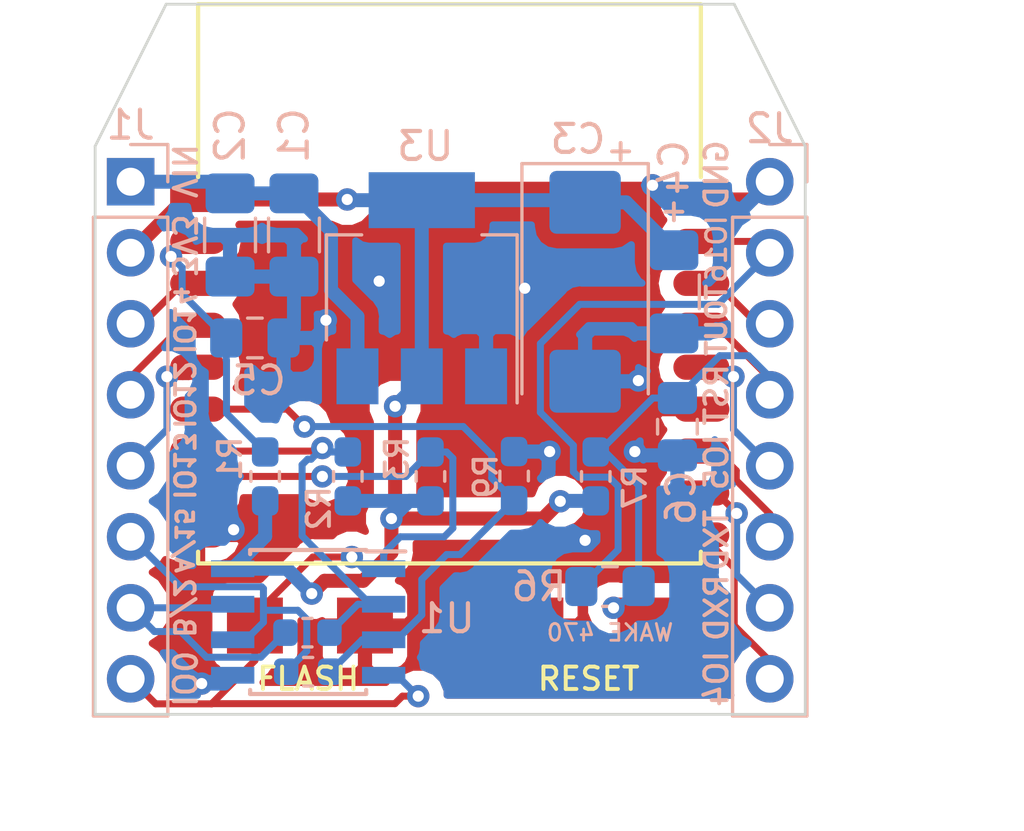
<source format=kicad_pcb>
(kicad_pcb (version 20171130) (host pcbnew 5.0.0)

  (general
    (thickness 1.6)
    (drawings 29)
    (tracks 223)
    (zones 0)
    (modules 21)
    (nets 20)
  )

  (page A4)
  (layers
    (0 F.Cu signal)
    (31 B.Cu signal)
    (32 B.Adhes user)
    (33 F.Adhes user)
    (34 B.Paste user)
    (35 F.Paste user)
    (36 B.SilkS user)
    (37 F.SilkS user)
    (38 B.Mask user)
    (39 F.Mask user)
    (40 Dwgs.User user)
    (41 Cmts.User user)
    (42 Eco1.User user)
    (43 Eco2.User user)
    (44 Edge.Cuts user)
    (45 Margin user)
    (46 B.CrtYd user)
    (47 F.CrtYd user)
    (48 B.Fab user)
    (49 F.Fab user)
  )

  (setup
    (last_trace_width 0.25)
    (trace_clearance 0.2)
    (zone_clearance 0.508)
    (zone_45_only no)
    (trace_min 0.2)
    (segment_width 0.2)
    (edge_width 0.1)
    (via_size 0.8)
    (via_drill 0.4)
    (via_min_size 0.8)
    (via_min_drill 0.3)
    (uvia_size 0.3)
    (uvia_drill 0.1)
    (uvias_allowed no)
    (uvia_min_size 0.2)
    (uvia_min_drill 0.1)
    (pcb_text_width 0.3)
    (pcb_text_size 1.5 1.5)
    (mod_edge_width 0.15)
    (mod_text_size 1 1)
    (mod_text_width 0.15)
    (pad_size 1.7 1.7)
    (pad_drill 1)
    (pad_to_mask_clearance 0)
    (aux_axis_origin 0 0)
    (visible_elements FFFFFF7F)
    (pcbplotparams
      (layerselection 0x010f0_ffffffff)
      (usegerberextensions true)
      (usegerberattributes false)
      (usegerberadvancedattributes false)
      (creategerberjobfile false)
      (excludeedgelayer true)
      (linewidth 0.100000)
      (plotframeref false)
      (viasonmask false)
      (mode 1)
      (useauxorigin false)
      (hpglpennumber 1)
      (hpglpenspeed 20)
      (hpglpendiameter 15.000000)
      (psnegative false)
      (psa4output false)
      (plotreference true)
      (plotvalue false)
      (plotinvisibletext false)
      (padsonsilk false)
      (subtractmaskfromsilk true)
      (outputformat 1)
      (mirror false)
      (drillshape 0)
      (scaleselection 1)
      (outputdirectory ""))
  )

  (net 0 "")
  (net 1 GND)
  (net 2 +3V3)
  (net 3 VCC)
  (net 4 EN)
  (net 5 RST)
  (net 6 IO0)
  (net 7 B)
  (net 8 A)
  (net 9 IO13)
  (net 10 IO12)
  (net 11 IO14)
  (net 12 IO16)
  (net 13 TOUT)
  (net 14 IO5)
  (net 15 TXD)
  (net 16 RXD)
  (net 17 IO4)
  (net 18 IO2)
  (net 19 IO15)

  (net_class Default "これはデフォルトのネット クラスです。"
    (clearance 0.2)
    (trace_width 0.25)
    (via_dia 0.8)
    (via_drill 0.4)
    (uvia_dia 0.3)
    (uvia_drill 0.1)
    (add_net A)
    (add_net B)
    (add_net EN)
    (add_net IO0)
    (add_net IO12)
    (add_net IO13)
    (add_net IO14)
    (add_net IO15)
    (add_net IO16)
    (add_net IO2)
    (add_net IO4)
    (add_net IO5)
    (add_net RST)
    (add_net RXD)
    (add_net TOUT)
    (add_net TXD)
  )

  (net_class Power ""
    (clearance 0.2)
    (trace_width 0.5)
    (via_dia 0.8)
    (via_drill 0.4)
    (uvia_dia 0.3)
    (uvia_drill 0.1)
    (add_net +3V3)
    (add_net GND)
    (add_net VCC)
  )

  (module tact:tactile_switch_smd_4x3mm_2p (layer F.Cu) (tedit 5BA2010C) (tstamp 5B94A2FC)
    (at 145.923 112.395 180)
    (path /5B949D0E)
    (fp_text reference SW2 (at -3.937 0 90) (layer F.SilkS) hide
      (effects (font (size 1 1) (thickness 0.15)))
    )
    (fp_text value SW_Push (at 0.127 2.286 180) (layer F.Fab)
      (effects (font (size 1 1) (thickness 0.15)))
    )
    (pad 2 smd rect (at 1.905 0 180) (size 2 2) (layers F.Cu F.Paste F.Mask)
      (net 1 GND))
    (pad 1 smd rect (at -2.032 0 180) (size 2 2) (layers F.Cu F.Paste F.Mask)
      (net 5 RST))
  )

  (module tact:tactile_switch_smd_4x3mm_2p (layer F.Cu) (tedit 5BA2010C) (tstamp 5B94A2F6)
    (at 136.017 112.395)
    (path /5B9460EF)
    (fp_text reference SW1 (at -3.81 0.127 90) (layer F.SilkS) hide
      (effects (font (size 1 1) (thickness 0.15)))
    )
    (fp_text value SW_Push (at 0.127 -2.286) (layer F.Fab)
      (effects (font (size 1 1) (thickness 0.15)))
    )
    (pad 2 smd rect (at 1.905 0) (size 2 2) (layers F.Cu F.Paste F.Mask)
      (net 1 GND))
    (pad 1 smd rect (at -2.032 0) (size 2 2) (layers F.Cu F.Paste F.Mask)
      (net 6 IO0))
  )

  (module ESP8266:ESP-13-WROOM-02 (layer F.Cu) (tedit 5B95181E) (tstamp 5B941AE7)
    (at 131.953 97.155)
    (descr "Module, ESP-8266, ESP-13-WROOM-02, 18 pad, SMD")
    (tags "Module ESP-8266 ESP8266")
    (path /5B923A7D)
    (fp_text reference U2 (at 1.397 -3.683) (layer F.SilkS) hide
      (effects (font (size 1 1) (thickness 0.15)))
    )
    (fp_text value ESP-WROOM-02 (at 9 0) (layer F.Fab)
      (effects (font (size 1 1) (thickness 0.15)))
    )
    (fp_line (start 0 -6.985) (end 0 -0.8) (layer F.SilkS) (width 0.1524))
    (fp_line (start 17.9832 12.6) (end 17.9832 12.9794) (layer F.SilkS) (width 0.1524))
    (fp_line (start 0 12.6) (end 0 12.9794) (layer F.SilkS) (width 0.1524))
    (fp_line (start 17.9832 -6.985) (end 17.9832 -0.8) (layer F.SilkS) (width 0.1524))
    (fp_line (start 0 13.0175) (end 17.9832 13.0175) (layer F.SilkS) (width 0.1524))
    (fp_line (start 17.9705 -6.985) (end 0 -6.985) (layer F.SilkS) (width 0.1524))
    (fp_line (start 18 -7) (end 0 -1.2) (layer F.CrtYd) (width 0.1524))
    (fp_line (start 0 -7) (end 18 -1.2) (layer F.CrtYd) (width 0.1524))
    (fp_text user "No Copper" (at 9 -4) (layer F.CrtYd)
      (effects (font (size 1 1) (thickness 0.15)))
    )
    (fp_line (start 0 -7) (end 0 -1.2) (layer F.CrtYd) (width 0.1524))
    (fp_line (start 0 -1.2) (end 18 -1.2) (layer F.CrtYd) (width 0.1524))
    (fp_line (start 18 -1.2) (end 18 -7) (layer F.CrtYd) (width 0.1524))
    (fp_line (start 18 -7) (end 0 -7) (layer F.CrtYd) (width 0.1524))
    (fp_line (start 18 -7) (end 18 13) (layer F.Fab) (width 0.05))
    (fp_line (start 0 13) (end 18 13) (layer F.Fab) (width 0.05))
    (fp_line (start 0 13) (end 0 -7) (layer F.Fab) (width 0.05))
    (fp_line (start 0 -7) (end 18 -7) (layer F.Fab) (width 0.05))
    (pad 10 smd oval (at 18 12) (size 2 0.9) (layers F.Cu F.Paste F.Mask)
      (net 17 IO4))
    (pad 9 smd oval (at 0 12) (size 2 0.9) (layers F.Cu F.Paste F.Mask)
      (net 1 GND))
    (pad 1 smd rect (at 0 0) (size 2 0.9) (layers F.Cu F.Paste F.Mask)
      (net 2 +3V3))
    (pad 2 smd oval (at 0 1.5) (size 2 0.9) (layers F.Cu F.Paste F.Mask)
      (net 4 EN))
    (pad 3 smd oval (at 0 3) (size 2 0.9) (layers F.Cu F.Paste F.Mask)
      (net 11 IO14))
    (pad 4 smd oval (at 0 4.5) (size 2 0.9) (layers F.Cu F.Paste F.Mask)
      (net 10 IO12))
    (pad 5 smd oval (at 0 6) (size 2 0.9) (layers F.Cu F.Paste F.Mask)
      (net 9 IO13))
    (pad 6 smd oval (at 0 7.5) (size 2 0.9) (layers F.Cu F.Paste F.Mask)
      (net 19 IO15))
    (pad 7 smd oval (at 0 9) (size 2 0.9) (layers F.Cu F.Paste F.Mask)
      (net 18 IO2))
    (pad 8 smd oval (at 0 10.5) (size 2 0.9) (layers F.Cu F.Paste F.Mask)
      (net 6 IO0))
    (pad 11 smd oval (at 18 10.5) (size 2 0.9) (layers F.Cu F.Paste F.Mask)
      (net 16 RXD))
    (pad 12 smd oval (at 18 9) (size 2 0.9) (layers F.Cu F.Paste F.Mask)
      (net 15 TXD))
    (pad 13 smd oval (at 18 7.5) (size 2 0.9) (layers F.Cu F.Paste F.Mask)
      (net 1 GND))
    (pad 14 smd oval (at 18 6) (size 2 0.9) (layers F.Cu F.Paste F.Mask)
      (net 14 IO5))
    (pad 15 smd oval (at 18 4.5) (size 2 0.9) (layers F.Cu F.Paste F.Mask)
      (net 5 RST))
    (pad 16 smd oval (at 18 3) (size 2 0.9) (layers F.Cu F.Paste F.Mask)
      (net 13 TOUT))
    (pad 17 smd oval (at 18 1.5) (size 2 0.9) (layers F.Cu F.Paste F.Mask)
      (net 12 IO16))
    (pad 18 smd oval (at 18 0) (size 2 0.9) (layers F.Cu F.Paste F.Mask)
      (net 1 GND) (zone_connect 1))
    (pad PAD smd rect (at 10.12 6.58) (size 4.3 4.3) (layers F.Cu F.Paste F.Mask)
      (net 1 GND) (zone_connect 2))
    (model ${ESPLIB}/ESP8266.3dshapes/ESP-13-wroom-02.wrl
      (at (xyz 0 0 0))
      (scale (xyz 0.3937 0.3937 0.3937))
      (rotate (xyz 0 0 0))
    )
  )

  (module Package_SO:SOIC-8_3.9x4.9mm_P1.27mm (layer B.Cu) (tedit 5A02F2D3) (tstamp 5B97DB32)
    (at 135.89 112.268 180)
    (descr "8-Lead Plastic Small Outline (SN) - Narrow, 3.90 mm Body [SOIC] (see Microchip Packaging Specification 00000049BS.pdf)")
    (tags "SOIC 1.27")
    (path /5B923B04)
    (attr smd)
    (fp_text reference U1 (at -4.953 0.127 180) (layer B.SilkS)
      (effects (font (size 1 1) (thickness 0.15)) (justify mirror))
    )
    (fp_text value MAX3485 (at 0 -3.5 180) (layer B.Fab)
      (effects (font (size 1 1) (thickness 0.15)) (justify mirror))
    )
    (fp_text user %R (at 0 0 180) (layer B.Fab)
      (effects (font (size 1 1) (thickness 0.15)) (justify mirror))
    )
    (fp_line (start -0.95 2.45) (end 1.95 2.45) (layer B.Fab) (width 0.1))
    (fp_line (start 1.95 2.45) (end 1.95 -2.45) (layer B.Fab) (width 0.1))
    (fp_line (start 1.95 -2.45) (end -1.95 -2.45) (layer B.Fab) (width 0.1))
    (fp_line (start -1.95 -2.45) (end -1.95 1.45) (layer B.Fab) (width 0.1))
    (fp_line (start -1.95 1.45) (end -0.95 2.45) (layer B.Fab) (width 0.1))
    (fp_line (start -3.73 2.7) (end -3.73 -2.7) (layer B.CrtYd) (width 0.05))
    (fp_line (start 3.73 2.7) (end 3.73 -2.7) (layer B.CrtYd) (width 0.05))
    (fp_line (start -3.73 2.7) (end 3.73 2.7) (layer B.CrtYd) (width 0.05))
    (fp_line (start -3.73 -2.7) (end 3.73 -2.7) (layer B.CrtYd) (width 0.05))
    (fp_line (start -2.075 2.575) (end -2.075 2.525) (layer B.SilkS) (width 0.15))
    (fp_line (start 2.075 2.575) (end 2.075 2.43) (layer B.SilkS) (width 0.15))
    (fp_line (start 2.075 -2.575) (end 2.075 -2.43) (layer B.SilkS) (width 0.15))
    (fp_line (start -2.075 -2.575) (end -2.075 -2.43) (layer B.SilkS) (width 0.15))
    (fp_line (start -2.075 2.575) (end 2.075 2.575) (layer B.SilkS) (width 0.15))
    (fp_line (start -2.075 -2.575) (end 2.075 -2.575) (layer B.SilkS) (width 0.15))
    (fp_line (start -2.075 2.525) (end -3.475 2.525) (layer B.SilkS) (width 0.15))
    (pad 1 smd rect (at -2.7 1.905 180) (size 1.55 0.6) (layers B.Cu B.Paste B.Mask)
      (net 6 IO0))
    (pad 2 smd rect (at -2.7 0.635 180) (size 1.55 0.6) (layers B.Cu B.Paste B.Mask)
      (net 18 IO2))
    (pad 3 smd rect (at -2.7 -0.635 180) (size 1.55 0.6) (layers B.Cu B.Paste B.Mask)
      (net 19 IO15))
    (pad 4 smd rect (at -2.7 -1.905 180) (size 1.55 0.6) (layers B.Cu B.Paste B.Mask)
      (net 6 IO0))
    (pad 5 smd rect (at 2.7 -1.905 180) (size 1.55 0.6) (layers B.Cu B.Paste B.Mask)
      (net 1 GND))
    (pad 6 smd rect (at 2.7 -0.635 180) (size 1.55 0.6) (layers B.Cu B.Paste B.Mask)
      (net 8 A))
    (pad 7 smd rect (at 2.7 0.635 180) (size 1.55 0.6) (layers B.Cu B.Paste B.Mask)
      (net 7 B))
    (pad 8 smd rect (at 2.7 1.905 180) (size 1.55 0.6) (layers B.Cu B.Paste B.Mask)
      (net 2 +3V3))
    (model ${KISYS3DMOD}/Package_SO.3dshapes/SOIC-8_3.9x4.9mm_P1.27mm.wrl
      (at (xyz 0 0 0))
      (scale (xyz 1 1 1))
      (rotate (xyz 0 0 0))
    )
  )

  (module Capacitor_SMD:C_1206_3216Metric_Pad1.42x1.75mm_HandSolder (layer B.Cu) (tedit 5B301BBE) (tstamp 5B9F2169)
    (at 135.382 98.425 270)
    (descr "Capacitor SMD 1206 (3216 Metric), square (rectangular) end terminal, IPC_7351 nominal with elongated pad for handsoldering. (Body size source: http://www.tortai-tech.com/upload/download/2011102023233369053.pdf), generated with kicad-footprint-generator")
    (tags "capacitor handsolder")
    (path /5BA86A4D)
    (attr smd)
    (fp_text reference C1 (at -3.556 0 270) (layer B.SilkS)
      (effects (font (size 1 1) (thickness 0.15)) (justify mirror))
    )
    (fp_text value C (at 0 -1.82 270) (layer B.Fab)
      (effects (font (size 1 1) (thickness 0.15)) (justify mirror))
    )
    (fp_line (start -1.6 -0.8) (end -1.6 0.8) (layer B.Fab) (width 0.1))
    (fp_line (start -1.6 0.8) (end 1.6 0.8) (layer B.Fab) (width 0.1))
    (fp_line (start 1.6 0.8) (end 1.6 -0.8) (layer B.Fab) (width 0.1))
    (fp_line (start 1.6 -0.8) (end -1.6 -0.8) (layer B.Fab) (width 0.1))
    (fp_line (start -0.602064 0.91) (end 0.602064 0.91) (layer B.SilkS) (width 0.12))
    (fp_line (start -0.602064 -0.91) (end 0.602064 -0.91) (layer B.SilkS) (width 0.12))
    (fp_line (start -2.45 -1.12) (end -2.45 1.12) (layer B.CrtYd) (width 0.05))
    (fp_line (start -2.45 1.12) (end 2.45 1.12) (layer B.CrtYd) (width 0.05))
    (fp_line (start 2.45 1.12) (end 2.45 -1.12) (layer B.CrtYd) (width 0.05))
    (fp_line (start 2.45 -1.12) (end -2.45 -1.12) (layer B.CrtYd) (width 0.05))
    (fp_text user %R (at 0 0 270) (layer B.Fab)
      (effects (font (size 0.8 0.8) (thickness 0.12)) (justify mirror))
    )
    (pad 1 smd roundrect (at -1.4875 0 270) (size 1.425 1.75) (layers B.Cu B.Paste B.Mask) (roundrect_rratio 0.175439)
      (net 3 VCC))
    (pad 2 smd roundrect (at 1.4875 0 270) (size 1.425 1.75) (layers B.Cu B.Paste B.Mask) (roundrect_rratio 0.175439)
      (net 1 GND))
    (model ${KISYS3DMOD}/Capacitor_SMD.3dshapes/C_1206_3216Metric.wrl
      (at (xyz 0 0 0))
      (scale (xyz 1 1 1))
      (rotate (xyz 0 0 0))
    )
  )

  (module Capacitor_SMD:C_1206_3216Metric_Pad1.42x1.75mm_HandSolder (layer B.Cu) (tedit 5B301BBE) (tstamp 5B9F217A)
    (at 133.096 98.425 270)
    (descr "Capacitor SMD 1206 (3216 Metric), square (rectangular) end terminal, IPC_7351 nominal with elongated pad for handsoldering. (Body size source: http://www.tortai-tech.com/upload/download/2011102023233369053.pdf), generated with kicad-footprint-generator")
    (tags "capacitor handsolder")
    (path /5BA86B48)
    (attr smd)
    (fp_text reference C2 (at -3.556 0 270) (layer B.SilkS)
      (effects (font (size 1 1) (thickness 0.15)) (justify mirror))
    )
    (fp_text value C (at 0 -1.82 270) (layer B.Fab)
      (effects (font (size 1 1) (thickness 0.15)) (justify mirror))
    )
    (fp_text user %R (at 0 0 270) (layer B.Fab)
      (effects (font (size 0.8 0.8) (thickness 0.12)) (justify mirror))
    )
    (fp_line (start 2.45 -1.12) (end -2.45 -1.12) (layer B.CrtYd) (width 0.05))
    (fp_line (start 2.45 1.12) (end 2.45 -1.12) (layer B.CrtYd) (width 0.05))
    (fp_line (start -2.45 1.12) (end 2.45 1.12) (layer B.CrtYd) (width 0.05))
    (fp_line (start -2.45 -1.12) (end -2.45 1.12) (layer B.CrtYd) (width 0.05))
    (fp_line (start -0.602064 -0.91) (end 0.602064 -0.91) (layer B.SilkS) (width 0.12))
    (fp_line (start -0.602064 0.91) (end 0.602064 0.91) (layer B.SilkS) (width 0.12))
    (fp_line (start 1.6 -0.8) (end -1.6 -0.8) (layer B.Fab) (width 0.1))
    (fp_line (start 1.6 0.8) (end 1.6 -0.8) (layer B.Fab) (width 0.1))
    (fp_line (start -1.6 0.8) (end 1.6 0.8) (layer B.Fab) (width 0.1))
    (fp_line (start -1.6 -0.8) (end -1.6 0.8) (layer B.Fab) (width 0.1))
    (pad 2 smd roundrect (at 1.4875 0 270) (size 1.425 1.75) (layers B.Cu B.Paste B.Mask) (roundrect_rratio 0.175439)
      (net 1 GND))
    (pad 1 smd roundrect (at -1.4875 0 270) (size 1.425 1.75) (layers B.Cu B.Paste B.Mask) (roundrect_rratio 0.175439)
      (net 3 VCC))
    (model ${KISYS3DMOD}/Capacitor_SMD.3dshapes/C_1206_3216Metric.wrl
      (at (xyz 0 0 0))
      (scale (xyz 1 1 1))
      (rotate (xyz 0 0 0))
    )
  )

  (module Capacitor_SMD:C_1206_3216Metric_Pad1.42x1.75mm_HandSolder (layer B.Cu) (tedit 5B301BBE) (tstamp 5B9F219C)
    (at 148.971 100.457 270)
    (descr "Capacitor SMD 1206 (3216 Metric), square (rectangular) end terminal, IPC_7351 nominal with elongated pad for handsoldering. (Body size source: http://www.tortai-tech.com/upload/download/2011102023233369053.pdf), generated with kicad-footprint-generator")
    (tags "capacitor handsolder")
    (path /5BA86D43)
    (attr smd)
    (fp_text reference C4 (at -4.445 0 270) (layer B.SilkS)
      (effects (font (size 1 1) (thickness 0.15)) (justify mirror))
    )
    (fp_text value C (at 0 -1.82 270) (layer B.Fab)
      (effects (font (size 1 1) (thickness 0.15)) (justify mirror))
    )
    (fp_text user %R (at 0 0 270) (layer B.Fab)
      (effects (font (size 0.8 0.8) (thickness 0.12)) (justify mirror))
    )
    (fp_line (start 2.45 -1.12) (end -2.45 -1.12) (layer B.CrtYd) (width 0.05))
    (fp_line (start 2.45 1.12) (end 2.45 -1.12) (layer B.CrtYd) (width 0.05))
    (fp_line (start -2.45 1.12) (end 2.45 1.12) (layer B.CrtYd) (width 0.05))
    (fp_line (start -2.45 -1.12) (end -2.45 1.12) (layer B.CrtYd) (width 0.05))
    (fp_line (start -0.602064 -0.91) (end 0.602064 -0.91) (layer B.SilkS) (width 0.12))
    (fp_line (start -0.602064 0.91) (end 0.602064 0.91) (layer B.SilkS) (width 0.12))
    (fp_line (start 1.6 -0.8) (end -1.6 -0.8) (layer B.Fab) (width 0.1))
    (fp_line (start 1.6 0.8) (end 1.6 -0.8) (layer B.Fab) (width 0.1))
    (fp_line (start -1.6 0.8) (end 1.6 0.8) (layer B.Fab) (width 0.1))
    (fp_line (start -1.6 -0.8) (end -1.6 0.8) (layer B.Fab) (width 0.1))
    (pad 2 smd roundrect (at 1.4875 0 270) (size 1.425 1.75) (layers B.Cu B.Paste B.Mask) (roundrect_rratio 0.175439)
      (net 1 GND))
    (pad 1 smd roundrect (at -1.4875 0 270) (size 1.425 1.75) (layers B.Cu B.Paste B.Mask) (roundrect_rratio 0.175439)
      (net 2 +3V3))
    (model ${KISYS3DMOD}/Capacitor_SMD.3dshapes/C_1206_3216Metric.wrl
      (at (xyz 0 0 0))
      (scale (xyz 1 1 1))
      (rotate (xyz 0 0 0))
    )
  )

  (module Package_TO_SOT_SMD:SOT-223-3_TabPin2 (layer B.Cu) (tedit 5A02FF57) (tstamp 5B9F21B2)
    (at 139.954 100.33 90)
    (descr "module CMS SOT223 4 pins")
    (tags "CMS SOT")
    (path /5BA6808A)
    (attr smd)
    (fp_text reference U3 (at 5.08 0.127) (layer B.SilkS)
      (effects (font (size 1 1) (thickness 0.15)) (justify mirror))
    )
    (fp_text value AMS1117-3.3 (at 0 -4.5 90) (layer B.Fab)
      (effects (font (size 1 1) (thickness 0.15)) (justify mirror))
    )
    (fp_text user %R (at -1.27 -0.381) (layer B.Fab)
      (effects (font (size 0.8 0.8) (thickness 0.12)) (justify mirror))
    )
    (fp_line (start 1.91 -3.41) (end 1.91 -2.15) (layer B.SilkS) (width 0.12))
    (fp_line (start 1.91 3.41) (end 1.91 2.15) (layer B.SilkS) (width 0.12))
    (fp_line (start 4.4 3.6) (end -4.4 3.6) (layer B.CrtYd) (width 0.05))
    (fp_line (start 4.4 -3.6) (end 4.4 3.6) (layer B.CrtYd) (width 0.05))
    (fp_line (start -4.4 -3.6) (end 4.4 -3.6) (layer B.CrtYd) (width 0.05))
    (fp_line (start -4.4 3.6) (end -4.4 -3.6) (layer B.CrtYd) (width 0.05))
    (fp_line (start -1.85 2.35) (end -0.85 3.35) (layer B.Fab) (width 0.1))
    (fp_line (start -1.85 2.35) (end -1.85 -3.35) (layer B.Fab) (width 0.1))
    (fp_line (start -1.85 -3.41) (end 1.91 -3.41) (layer B.SilkS) (width 0.12))
    (fp_line (start -0.85 3.35) (end 1.85 3.35) (layer B.Fab) (width 0.1))
    (fp_line (start -4.1 3.41) (end 1.91 3.41) (layer B.SilkS) (width 0.12))
    (fp_line (start -1.85 -3.35) (end 1.85 -3.35) (layer B.Fab) (width 0.1))
    (fp_line (start 1.85 3.35) (end 1.85 -3.35) (layer B.Fab) (width 0.1))
    (pad 2 smd rect (at 3.15 0 90) (size 2 3.8) (layers B.Cu B.Paste B.Mask)
      (net 2 +3V3))
    (pad 2 smd rect (at -3.15 0 90) (size 2 1.5) (layers B.Cu B.Paste B.Mask)
      (net 2 +3V3))
    (pad 3 smd rect (at -3.15 -2.3 90) (size 2 1.5) (layers B.Cu B.Paste B.Mask)
      (net 3 VCC))
    (pad 1 smd rect (at -3.15 2.3 90) (size 2 1.5) (layers B.Cu B.Paste B.Mask)
      (net 1 GND))
    (model ${KISYS3DMOD}/Package_TO_SOT_SMD.3dshapes/SOT-223.wrl
      (at (xyz 0 0 0))
      (scale (xyz 1 1 1))
      (rotate (xyz 0 0 0))
    )
  )

  (module Connector_PinHeader_2.54mm:PinHeader_1x08_P2.54mm_Vertical (layer B.Cu) (tedit 59FED5CC) (tstamp 5B9E322A)
    (at 129.54 96.52 180)
    (descr "Through hole straight pin header, 1x08, 2.54mm pitch, single row")
    (tags "Through hole pin header THT 1x08 2.54mm single row")
    (path /5B94B3AE)
    (fp_text reference J1 (at 0 2.032 180) (layer B.SilkS)
      (effects (font (size 1 1) (thickness 0.15)) (justify mirror))
    )
    (fp_text value Conn_01x08 (at 0 -20.11 180) (layer B.Fab)
      (effects (font (size 1 1) (thickness 0.15)) (justify mirror))
    )
    (fp_text user %R (at 0 -8.89 90) (layer B.Fab)
      (effects (font (size 1 1) (thickness 0.15)) (justify mirror))
    )
    (fp_line (start 1.8 1.8) (end -1.8 1.8) (layer B.CrtYd) (width 0.05))
    (fp_line (start 1.8 -19.55) (end 1.8 1.8) (layer B.CrtYd) (width 0.05))
    (fp_line (start -1.8 -19.55) (end 1.8 -19.55) (layer B.CrtYd) (width 0.05))
    (fp_line (start -1.8 1.8) (end -1.8 -19.55) (layer B.CrtYd) (width 0.05))
    (fp_line (start -1.33 1.33) (end 0 1.33) (layer B.SilkS) (width 0.12))
    (fp_line (start -1.33 0) (end -1.33 1.33) (layer B.SilkS) (width 0.12))
    (fp_line (start -1.33 -1.27) (end 1.33 -1.27) (layer B.SilkS) (width 0.12))
    (fp_line (start 1.33 -1.27) (end 1.33 -19.11) (layer B.SilkS) (width 0.12))
    (fp_line (start -1.33 -1.27) (end -1.33 -19.11) (layer B.SilkS) (width 0.12))
    (fp_line (start -1.33 -19.11) (end 1.33 -19.11) (layer B.SilkS) (width 0.12))
    (fp_line (start -1.27 0.635) (end -0.635 1.27) (layer B.Fab) (width 0.1))
    (fp_line (start -1.27 -19.05) (end -1.27 0.635) (layer B.Fab) (width 0.1))
    (fp_line (start 1.27 -19.05) (end -1.27 -19.05) (layer B.Fab) (width 0.1))
    (fp_line (start 1.27 1.27) (end 1.27 -19.05) (layer B.Fab) (width 0.1))
    (fp_line (start -0.635 1.27) (end 1.27 1.27) (layer B.Fab) (width 0.1))
    (pad 8 thru_hole oval (at 0 -17.78 180) (size 1.7 1.7) (drill 1) (layers *.Cu *.Mask)
      (net 6 IO0))
    (pad 7 thru_hole oval (at 0 -15.24 180) (size 1.7 1.7) (drill 1) (layers *.Cu *.Mask)
      (net 7 B))
    (pad 6 thru_hole oval (at 0 -12.7 180) (size 1.7 1.7) (drill 1) (layers *.Cu *.Mask)
      (net 8 A))
    (pad 5 thru_hole oval (at 0 -10.16 180) (size 1.7 1.7) (drill 1) (layers *.Cu *.Mask)
      (net 9 IO13))
    (pad 4 thru_hole oval (at 0 -7.62 180) (size 1.7 1.7) (drill 1) (layers *.Cu *.Mask)
      (net 10 IO12))
    (pad 3 thru_hole oval (at 0 -5.08 180) (size 1.7 1.7) (drill 1) (layers *.Cu *.Mask)
      (net 11 IO14))
    (pad 2 thru_hole oval (at 0 -2.54 180) (size 1.7 1.7) (drill 1) (layers *.Cu *.Mask)
      (net 2 +3V3))
    (pad 1 thru_hole rect (at 0 0 180) (size 1.7 1.7) (drill 1) (layers *.Cu *.Mask)
      (net 3 VCC))
    (model ${KISYS3DMOD}/Connector_PinHeader_2.54mm.3dshapes/PinHeader_1x08_P2.54mm_Vertical.wrl
      (at (xyz 0 0 0))
      (scale (xyz 1 1 1))
      (rotate (xyz 0 0 0))
    )
  )

  (module Connector_PinHeader_2.54mm:PinHeader_1x08_P2.54mm_Vertical (layer B.Cu) (tedit 5B9D5743) (tstamp 5B9E3245)
    (at 152.4 96.52 180)
    (descr "Through hole straight pin header, 1x08, 2.54mm pitch, single row")
    (tags "Through hole pin header THT 1x08 2.54mm single row")
    (path /5B94E662)
    (fp_text reference J2 (at 0 1.905 180) (layer B.SilkS)
      (effects (font (size 1 1) (thickness 0.15)) (justify mirror))
    )
    (fp_text value Conn_01x08 (at 0 -20.11 180) (layer B.Fab)
      (effects (font (size 1 1) (thickness 0.15)) (justify mirror))
    )
    (fp_line (start -0.635 1.27) (end 1.27 1.27) (layer B.Fab) (width 0.1))
    (fp_line (start 1.27 1.27) (end 1.27 -19.05) (layer B.Fab) (width 0.1))
    (fp_line (start 1.27 -19.05) (end -1.27 -19.05) (layer B.Fab) (width 0.1))
    (fp_line (start -1.27 -19.05) (end -1.27 0.635) (layer B.Fab) (width 0.1))
    (fp_line (start -1.27 0.635) (end -0.635 1.27) (layer B.Fab) (width 0.1))
    (fp_line (start -1.33 -19.11) (end 1.33 -19.11) (layer B.SilkS) (width 0.12))
    (fp_line (start -1.33 -1.27) (end -1.33 -19.11) (layer B.SilkS) (width 0.12))
    (fp_line (start 1.33 -1.27) (end 1.33 -19.11) (layer B.SilkS) (width 0.12))
    (fp_line (start -1.33 -1.27) (end 1.33 -1.27) (layer B.SilkS) (width 0.12))
    (fp_line (start -1.33 0) (end -1.33 1.33) (layer B.SilkS) (width 0.12))
    (fp_line (start -1.33 1.33) (end 0 1.33) (layer B.SilkS) (width 0.12))
    (fp_line (start -1.8 1.8) (end -1.8 -19.55) (layer B.CrtYd) (width 0.05))
    (fp_line (start -1.8 -19.55) (end 1.8 -19.55) (layer B.CrtYd) (width 0.05))
    (fp_line (start 1.8 -19.55) (end 1.8 1.8) (layer B.CrtYd) (width 0.05))
    (fp_line (start 1.8 1.8) (end -1.8 1.8) (layer B.CrtYd) (width 0.05))
    (fp_text user %R (at 0 -8.89 90) (layer B.Fab)
      (effects (font (size 1 1) (thickness 0.15)) (justify mirror))
    )
    (pad 1 thru_hole circle (at 0 0 180) (size 1.7 1.7) (drill 1) (layers *.Cu *.Mask)
      (net 1 GND))
    (pad 2 thru_hole oval (at 0 -2.54 180) (size 1.7 1.7) (drill 1) (layers *.Cu *.Mask)
      (net 12 IO16))
    (pad 3 thru_hole oval (at 0 -5.08 180) (size 1.7 1.7) (drill 1) (layers *.Cu *.Mask)
      (net 13 TOUT))
    (pad 4 thru_hole oval (at 0 -7.62 180) (size 1.7 1.7) (drill 1) (layers *.Cu *.Mask)
      (net 5 RST))
    (pad 5 thru_hole oval (at 0 -10.16 180) (size 1.7 1.7) (drill 1) (layers *.Cu *.Mask)
      (net 14 IO5))
    (pad 6 thru_hole oval (at 0 -12.7 180) (size 1.7 1.7) (drill 1) (layers *.Cu *.Mask)
      (net 15 TXD))
    (pad 7 thru_hole oval (at 0 -15.24 180) (size 1.7 1.7) (drill 1) (layers *.Cu *.Mask)
      (net 16 RXD))
    (pad 8 thru_hole oval (at 0 -17.78 180) (size 1.7 1.7) (drill 1) (layers *.Cu *.Mask)
      (net 17 IO4))
    (model ${KISYS3DMOD}/Connector_PinHeader_2.54mm.3dshapes/PinHeader_1x08_P2.54mm_Vertical.wrl
      (at (xyz 0 0 0))
      (scale (xyz 1 1 1))
      (rotate (xyz 0 0 0))
    )
  )

  (module Resistor_SMD:R_0603_1608Metric_Pad1.05x0.95mm_HandSolder (layer B.Cu) (tedit 5BD999C3) (tstamp 5BA2C99E)
    (at 134.352 107.061 90)
    (descr "Resistor SMD 0603 (1608 Metric), square (rectangular) end terminal, IPC_7351 nominal with elongated pad for handsoldering. (Body size source: http://www.tortai-tech.com/upload/download/2011102023233369053.pdf), generated with kicad-footprint-generator")
    (tags "resistor handsolder")
    (path /5B923C52)
    (attr smd)
    (fp_text reference R1 (at 0.635 -1.256 90) (layer B.SilkS)
      (effects (font (size 0.8 0.8) (thickness 0.14)) (justify mirror))
    )
    (fp_text value 10K (at 0 -1.43 90) (layer B.Fab)
      (effects (font (size 1 1) (thickness 0.15)) (justify mirror))
    )
    (fp_line (start -0.8 -0.4) (end -0.8 0.4) (layer B.Fab) (width 0.1))
    (fp_line (start -0.8 0.4) (end 0.8 0.4) (layer B.Fab) (width 0.1))
    (fp_line (start 0.8 0.4) (end 0.8 -0.4) (layer B.Fab) (width 0.1))
    (fp_line (start 0.8 -0.4) (end -0.8 -0.4) (layer B.Fab) (width 0.1))
    (fp_line (start -0.171267 0.51) (end 0.171267 0.51) (layer B.SilkS) (width 0.12))
    (fp_line (start -0.171267 -0.51) (end 0.171267 -0.51) (layer B.SilkS) (width 0.12))
    (fp_line (start -1.65 -0.73) (end -1.65 0.73) (layer B.CrtYd) (width 0.05))
    (fp_line (start -1.65 0.73) (end 1.65 0.73) (layer B.CrtYd) (width 0.05))
    (fp_line (start 1.65 0.73) (end 1.65 -0.73) (layer B.CrtYd) (width 0.05))
    (fp_line (start 1.65 -0.73) (end -1.65 -0.73) (layer B.CrtYd) (width 0.05))
    (fp_text user %R (at 0 0 90) (layer B.Fab)
      (effects (font (size 0.4 0.4) (thickness 0.06)) (justify mirror))
    )
    (pad 1 smd roundrect (at -0.875 0 90) (size 1.05 0.95) (layers B.Cu B.Paste B.Mask) (roundrect_rratio 0.25)
      (net 2 +3V3))
    (pad 2 smd roundrect (at 0.875 0 90) (size 1.05 0.95) (layers B.Cu B.Paste B.Mask) (roundrect_rratio 0.25)
      (net 4 EN))
    (model ${KISYS3DMOD}/Resistor_SMD.3dshapes/R_0603_1608Metric.wrl
      (at (xyz 0 0 0))
      (scale (xyz 1 1 1))
      (rotate (xyz 0 0 0))
    )
  )

  (module Resistor_SMD:R_0603_1608Metric_Pad1.05x0.95mm_HandSolder (layer B.Cu) (tedit 5BA2D99C) (tstamp 5BA2C9AE)
    (at 137.30825 107.061 90)
    (descr "Resistor SMD 0603 (1608 Metric), square (rectangular) end terminal, IPC_7351 nominal with elongated pad for handsoldering. (Body size source: http://www.tortai-tech.com/upload/download/2011102023233369053.pdf), generated with kicad-footprint-generator")
    (tags "resistor handsolder")
    (path /5B923CFF)
    (attr smd)
    (fp_text reference R2 (at -1.143 -1.03725 90) (layer B.SilkS)
      (effects (font (size 0.8 0.8) (thickness 0.14)) (justify mirror))
    )
    (fp_text value 10K (at 0 -1.43 90) (layer B.Fab)
      (effects (font (size 1 1) (thickness 0.15)) (justify mirror))
    )
    (fp_text user %R (at 0 0 90) (layer B.Fab)
      (effects (font (size 0.4 0.4) (thickness 0.06)) (justify mirror))
    )
    (fp_line (start 1.65 -0.73) (end -1.65 -0.73) (layer B.CrtYd) (width 0.05))
    (fp_line (start 1.65 0.73) (end 1.65 -0.73) (layer B.CrtYd) (width 0.05))
    (fp_line (start -1.65 0.73) (end 1.65 0.73) (layer B.CrtYd) (width 0.05))
    (fp_line (start -1.65 -0.73) (end -1.65 0.73) (layer B.CrtYd) (width 0.05))
    (fp_line (start -0.171267 -0.51) (end 0.171267 -0.51) (layer B.SilkS) (width 0.12))
    (fp_line (start -0.171267 0.51) (end 0.171267 0.51) (layer B.SilkS) (width 0.12))
    (fp_line (start 0.8 -0.4) (end -0.8 -0.4) (layer B.Fab) (width 0.1))
    (fp_line (start 0.8 0.4) (end 0.8 -0.4) (layer B.Fab) (width 0.1))
    (fp_line (start -0.8 0.4) (end 0.8 0.4) (layer B.Fab) (width 0.1))
    (fp_line (start -0.8 -0.4) (end -0.8 0.4) (layer B.Fab) (width 0.1))
    (pad 2 smd roundrect (at 0.875 0 90) (size 1.05 0.95) (layers B.Cu B.Paste B.Mask) (roundrect_rratio 0.25)
      (net 18 IO2))
    (pad 1 smd roundrect (at -0.875 0 90) (size 1.05 0.95) (layers B.Cu B.Paste B.Mask) (roundrect_rratio 0.25)
      (net 2 +3V3))
    (model ${KISYS3DMOD}/Resistor_SMD.3dshapes/R_0603_1608Metric.wrl
      (at (xyz 0 0 0))
      (scale (xyz 1 1 1))
      (rotate (xyz 0 0 0))
    )
  )

  (module Resistor_SMD:R_0603_1608Metric_Pad1.05x0.95mm_HandSolder (layer B.Cu) (tedit 5BA2D9A1) (tstamp 5BA2C9BE)
    (at 140.2645 107.061 90)
    (descr "Resistor SMD 0603 (1608 Metric), square (rectangular) end terminal, IPC_7351 nominal with elongated pad for handsoldering. (Body size source: http://www.tortai-tech.com/upload/download/2011102023233369053.pdf), generated with kicad-footprint-generator")
    (tags "resistor handsolder")
    (path /5B923D91)
    (attr smd)
    (fp_text reference R3 (at 0.635 -1.1995 90) (layer B.SilkS)
      (effects (font (size 0.8 0.8) (thickness 0.14)) (justify mirror))
    )
    (fp_text value 10K (at 0 -1.43 90) (layer B.Fab)
      (effects (font (size 1 1) (thickness 0.15)) (justify mirror))
    )
    (fp_line (start -0.8 -0.4) (end -0.8 0.4) (layer B.Fab) (width 0.1))
    (fp_line (start -0.8 0.4) (end 0.8 0.4) (layer B.Fab) (width 0.1))
    (fp_line (start 0.8 0.4) (end 0.8 -0.4) (layer B.Fab) (width 0.1))
    (fp_line (start 0.8 -0.4) (end -0.8 -0.4) (layer B.Fab) (width 0.1))
    (fp_line (start -0.171267 0.51) (end 0.171267 0.51) (layer B.SilkS) (width 0.12))
    (fp_line (start -0.171267 -0.51) (end 0.171267 -0.51) (layer B.SilkS) (width 0.12))
    (fp_line (start -1.65 -0.73) (end -1.65 0.73) (layer B.CrtYd) (width 0.05))
    (fp_line (start -1.65 0.73) (end 1.65 0.73) (layer B.CrtYd) (width 0.05))
    (fp_line (start 1.65 0.73) (end 1.65 -0.73) (layer B.CrtYd) (width 0.05))
    (fp_line (start 1.65 -0.73) (end -1.65 -0.73) (layer B.CrtYd) (width 0.05))
    (fp_text user %R (at 0 0 90) (layer B.Fab)
      (effects (font (size 0.4 0.4) (thickness 0.06)) (justify mirror))
    )
    (pad 1 smd roundrect (at -0.875 0 90) (size 1.05 0.95) (layers B.Cu B.Paste B.Mask) (roundrect_rratio 0.25)
      (net 2 +3V3))
    (pad 2 smd roundrect (at 0.875 0 90) (size 1.05 0.95) (layers B.Cu B.Paste B.Mask) (roundrect_rratio 0.25)
      (net 6 IO0))
    (model ${KISYS3DMOD}/Resistor_SMD.3dshapes/R_0603_1608Metric.wrl
      (at (xyz 0 0 0))
      (scale (xyz 1 1 1))
      (rotate (xyz 0 0 0))
    )
  )

  (module Resistor_SMD:R_0603_1608Metric_Pad1.05x0.95mm_HandSolder (layer B.Cu) (tedit 5BA2D98A) (tstamp 5BA2C9CE)
    (at 146.177 107.061 90)
    (descr "Resistor SMD 0603 (1608 Metric), square (rectangular) end terminal, IPC_7351 nominal with elongated pad for handsoldering. (Body size source: http://www.tortai-tech.com/upload/download/2011102023233369053.pdf), generated with kicad-footprint-generator")
    (tags "resistor handsolder")
    (path /5B924085)
    (attr smd)
    (fp_text reference R7 (at -0.381 1.397 90) (layer B.SilkS)
      (effects (font (size 0.8 0.8) (thickness 0.14)) (justify mirror))
    )
    (fp_text value 10K (at 0 -1.43 90) (layer B.Fab)
      (effects (font (size 1 1) (thickness 0.15)) (justify mirror))
    )
    (fp_text user %R (at 0 0 -90) (layer B.Fab)
      (effects (font (size 0.4 0.4) (thickness 0.06)) (justify mirror))
    )
    (fp_line (start 1.65 -0.73) (end -1.65 -0.73) (layer B.CrtYd) (width 0.05))
    (fp_line (start 1.65 0.73) (end 1.65 -0.73) (layer B.CrtYd) (width 0.05))
    (fp_line (start -1.65 0.73) (end 1.65 0.73) (layer B.CrtYd) (width 0.05))
    (fp_line (start -1.65 -0.73) (end -1.65 0.73) (layer B.CrtYd) (width 0.05))
    (fp_line (start -0.171267 -0.51) (end 0.171267 -0.51) (layer B.SilkS) (width 0.12))
    (fp_line (start -0.171267 0.51) (end 0.171267 0.51) (layer B.SilkS) (width 0.12))
    (fp_line (start 0.8 -0.4) (end -0.8 -0.4) (layer B.Fab) (width 0.1))
    (fp_line (start 0.8 0.4) (end 0.8 -0.4) (layer B.Fab) (width 0.1))
    (fp_line (start -0.8 0.4) (end 0.8 0.4) (layer B.Fab) (width 0.1))
    (fp_line (start -0.8 -0.4) (end -0.8 0.4) (layer B.Fab) (width 0.1))
    (pad 2 smd roundrect (at 0.875 0 90) (size 1.05 0.95) (layers B.Cu B.Paste B.Mask) (roundrect_rratio 0.25)
      (net 5 RST))
    (pad 1 smd roundrect (at -0.875 0 90) (size 1.05 0.95) (layers B.Cu B.Paste B.Mask) (roundrect_rratio 0.25)
      (net 2 +3V3))
    (model ${KISYS3DMOD}/Resistor_SMD.3dshapes/R_0603_1608Metric.wrl
      (at (xyz 0 0 0))
      (scale (xyz 1 1 1))
      (rotate (xyz 0 0 0))
    )
  )

  (module Resistor_SMD:R_0603_1608Metric_Pad1.05x0.95mm_HandSolder (layer B.Cu) (tedit 5BA2D994) (tstamp 5BA2C9EE)
    (at 143.256 107.047 90)
    (descr "Resistor SMD 0603 (1608 Metric), square (rectangular) end terminal, IPC_7351 nominal with elongated pad for handsoldering. (Body size source: http://www.tortai-tech.com/upload/download/2011102023233369053.pdf), generated with kicad-footprint-generator")
    (tags "resistor handsolder")
    (path /5B92408B)
    (attr smd)
    (fp_text reference R9 (at -0.014 -1.016 90) (layer B.SilkS)
      (effects (font (size 0.8 0.8) (thickness 0.14)) (justify mirror))
    )
    (fp_text value 10K (at 0 -1.43 90) (layer B.Fab)
      (effects (font (size 1 1) (thickness 0.15)) (justify mirror))
    )
    (fp_line (start -0.8 -0.4) (end -0.8 0.4) (layer B.Fab) (width 0.1))
    (fp_line (start -0.8 0.4) (end 0.8 0.4) (layer B.Fab) (width 0.1))
    (fp_line (start 0.8 0.4) (end 0.8 -0.4) (layer B.Fab) (width 0.1))
    (fp_line (start 0.8 -0.4) (end -0.8 -0.4) (layer B.Fab) (width 0.1))
    (fp_line (start -0.171267 0.51) (end 0.171267 0.51) (layer B.SilkS) (width 0.12))
    (fp_line (start -0.171267 -0.51) (end 0.171267 -0.51) (layer B.SilkS) (width 0.12))
    (fp_line (start -1.65 -0.73) (end -1.65 0.73) (layer B.CrtYd) (width 0.05))
    (fp_line (start -1.65 0.73) (end 1.65 0.73) (layer B.CrtYd) (width 0.05))
    (fp_line (start 1.65 0.73) (end 1.65 -0.73) (layer B.CrtYd) (width 0.05))
    (fp_line (start 1.65 -0.73) (end -1.65 -0.73) (layer B.CrtYd) (width 0.05))
    (fp_text user %R (at 0 0 90) (layer B.Fab)
      (effects (font (size 0.4 0.4) (thickness 0.06)) (justify mirror))
    )
    (pad 1 smd roundrect (at -0.875 0 90) (size 1.05 0.95) (layers B.Cu B.Paste B.Mask) (roundrect_rratio 0.25)
      (net 19 IO15))
    (pad 2 smd roundrect (at 0.875 0 90) (size 1.05 0.95) (layers B.Cu B.Paste B.Mask) (roundrect_rratio 0.25)
      (net 1 GND))
    (model ${KISYS3DMOD}/Resistor_SMD.3dshapes/R_0603_1608Metric.wrl
      (at (xyz 0 0 0))
      (scale (xyz 1 1 1))
      (rotate (xyz 0 0 0))
    )
  )

  (module Capacitor_SMD:C_0805_2012Metric_Pad1.15x1.40mm_HandSolder (layer B.Cu) (tedit 5B36C52B) (tstamp 5BA483E5)
    (at 133.985 102.108)
    (descr "Capacitor SMD 0805 (2012 Metric), square (rectangular) end terminal, IPC_7351 nominal with elongated pad for handsoldering. (Body size source: https://docs.google.com/spreadsheets/d/1BsfQQcO9C6DZCsRaXUlFlo91Tg2WpOkGARC1WS5S8t0/edit?usp=sharing), generated with kicad-footprint-generator")
    (tags "capacitor handsolder")
    (path /5BA20D2D)
    (attr smd)
    (fp_text reference C5 (at 0.127 1.524) (layer B.SilkS)
      (effects (font (size 1 1) (thickness 0.15)) (justify mirror))
    )
    (fp_text value C (at 0 -1.65) (layer B.Fab)
      (effects (font (size 1 1) (thickness 0.15)) (justify mirror))
    )
    (fp_line (start -1 -0.6) (end -1 0.6) (layer B.Fab) (width 0.1))
    (fp_line (start -1 0.6) (end 1 0.6) (layer B.Fab) (width 0.1))
    (fp_line (start 1 0.6) (end 1 -0.6) (layer B.Fab) (width 0.1))
    (fp_line (start 1 -0.6) (end -1 -0.6) (layer B.Fab) (width 0.1))
    (fp_line (start -0.261252 0.71) (end 0.261252 0.71) (layer B.SilkS) (width 0.12))
    (fp_line (start -0.261252 -0.71) (end 0.261252 -0.71) (layer B.SilkS) (width 0.12))
    (fp_line (start -1.85 -0.95) (end -1.85 0.95) (layer B.CrtYd) (width 0.05))
    (fp_line (start -1.85 0.95) (end 1.85 0.95) (layer B.CrtYd) (width 0.05))
    (fp_line (start 1.85 0.95) (end 1.85 -0.95) (layer B.CrtYd) (width 0.05))
    (fp_line (start 1.85 -0.95) (end -1.85 -0.95) (layer B.CrtYd) (width 0.05))
    (fp_text user %R (at 0 0) (layer B.Fab)
      (effects (font (size 0.5 0.5) (thickness 0.08)) (justify mirror))
    )
    (pad 1 smd roundrect (at -1.025 0) (size 1.15 1.4) (layers B.Cu B.Paste B.Mask) (roundrect_rratio 0.217391)
      (net 4 EN))
    (pad 2 smd roundrect (at 1.025 0) (size 1.15 1.4) (layers B.Cu B.Paste B.Mask) (roundrect_rratio 0.217391)
      (net 1 GND))
    (model ${KISYS3DMOD}/Capacitor_SMD.3dshapes/C_0805_2012Metric.wrl
      (at (xyz 0 0 0))
      (scale (xyz 1 1 1))
      (rotate (xyz 0 0 0))
    )
  )

  (module Capacitor_SMD:C_0805_2012Metric_Pad1.15x1.40mm_HandSolder (layer B.Cu) (tedit 5B36C52B) (tstamp 5BD98023)
    (at 149.098 105.283 270)
    (descr "Capacitor SMD 0805 (2012 Metric), square (rectangular) end terminal, IPC_7351 nominal with elongated pad for handsoldering. (Body size source: https://docs.google.com/spreadsheets/d/1BsfQQcO9C6DZCsRaXUlFlo91Tg2WpOkGARC1WS5S8t0/edit?usp=sharing), generated with kicad-footprint-generator")
    (tags "capacitor handsolder")
    (path /5BD9D886)
    (attr smd)
    (fp_text reference C6 (at 2.54 -0.127 270) (layer B.SilkS)
      (effects (font (size 1 1) (thickness 0.15)) (justify mirror))
    )
    (fp_text value C (at 0 -1.65 270) (layer B.Fab)
      (effects (font (size 1 1) (thickness 0.15)) (justify mirror))
    )
    (fp_line (start -1 -0.6) (end -1 0.6) (layer B.Fab) (width 0.1))
    (fp_line (start -1 0.6) (end 1 0.6) (layer B.Fab) (width 0.1))
    (fp_line (start 1 0.6) (end 1 -0.6) (layer B.Fab) (width 0.1))
    (fp_line (start 1 -0.6) (end -1 -0.6) (layer B.Fab) (width 0.1))
    (fp_line (start -0.261252 0.71) (end 0.261252 0.71) (layer B.SilkS) (width 0.12))
    (fp_line (start -0.261252 -0.71) (end 0.261252 -0.71) (layer B.SilkS) (width 0.12))
    (fp_line (start -1.85 -0.95) (end -1.85 0.95) (layer B.CrtYd) (width 0.05))
    (fp_line (start -1.85 0.95) (end 1.85 0.95) (layer B.CrtYd) (width 0.05))
    (fp_line (start 1.85 0.95) (end 1.85 -0.95) (layer B.CrtYd) (width 0.05))
    (fp_line (start 1.85 -0.95) (end -1.85 -0.95) (layer B.CrtYd) (width 0.05))
    (fp_text user %R (at 0 0 270) (layer B.Fab)
      (effects (font (size 0.5 0.5) (thickness 0.08)) (justify mirror))
    )
    (pad 1 smd roundrect (at -1.025 0 270) (size 1.15 1.4) (layers B.Cu B.Paste B.Mask) (roundrect_rratio 0.217391)
      (net 5 RST))
    (pad 2 smd roundrect (at 1.025 0 270) (size 1.15 1.4) (layers B.Cu B.Paste B.Mask) (roundrect_rratio 0.217391)
      (net 1 GND))
    (model ${KISYS3DMOD}/Capacitor_SMD.3dshapes/C_0805_2012Metric.wrl
      (at (xyz 0 0 0))
      (scale (xyz 1 1 1))
      (rotate (xyz 0 0 0))
    )
  )

  (module Resistor_SMD:R_0805_2012Metric_Pad1.15x1.40mm_HandSolder (layer B.Cu) (tedit 5B36C52B) (tstamp 5BD98034)
    (at 146.685 110.998 180)
    (descr "Resistor SMD 0805 (2012 Metric), square (rectangular) end terminal, IPC_7351 nominal with elongated pad for handsoldering. (Body size source: https://docs.google.com/spreadsheets/d/1BsfQQcO9C6DZCsRaXUlFlo91Tg2WpOkGARC1WS5S8t0/edit?usp=sharing), generated with kicad-footprint-generator")
    (tags "resistor handsolder")
    (path /5BDA29E7)
    (attr smd)
    (fp_text reference R6 (at 2.54 0 180) (layer B.SilkS)
      (effects (font (size 1 1) (thickness 0.15)) (justify mirror))
    )
    (fp_text value 1k (at 0 -1.65 180) (layer B.Fab)
      (effects (font (size 1 1) (thickness 0.15)) (justify mirror))
    )
    (fp_line (start -1 -0.6) (end -1 0.6) (layer B.Fab) (width 0.1))
    (fp_line (start -1 0.6) (end 1 0.6) (layer B.Fab) (width 0.1))
    (fp_line (start 1 0.6) (end 1 -0.6) (layer B.Fab) (width 0.1))
    (fp_line (start 1 -0.6) (end -1 -0.6) (layer B.Fab) (width 0.1))
    (fp_line (start -0.261252 0.71) (end 0.261252 0.71) (layer B.SilkS) (width 0.12))
    (fp_line (start -0.261252 -0.71) (end 0.261252 -0.71) (layer B.SilkS) (width 0.12))
    (fp_line (start -1.85 -0.95) (end -1.85 0.95) (layer B.CrtYd) (width 0.05))
    (fp_line (start -1.85 0.95) (end 1.85 0.95) (layer B.CrtYd) (width 0.05))
    (fp_line (start 1.85 0.95) (end 1.85 -0.95) (layer B.CrtYd) (width 0.05))
    (fp_line (start 1.85 -0.95) (end -1.85 -0.95) (layer B.CrtYd) (width 0.05))
    (fp_text user %R (at 0 0 180) (layer B.Fab)
      (effects (font (size 0.5 0.5) (thickness 0.08)) (justify mirror))
    )
    (pad 1 smd roundrect (at -1.025 0 180) (size 1.15 1.4) (layers B.Cu B.Paste B.Mask) (roundrect_rratio 0.217391)
      (net 5 RST))
    (pad 2 smd roundrect (at 1.025 0 180) (size 1.15 1.4) (layers B.Cu B.Paste B.Mask) (roundrect_rratio 0.217391)
      (net 12 IO16))
    (model ${KISYS3DMOD}/Resistor_SMD.3dshapes/R_0805_2012Metric.wrl
      (at (xyz 0 0 0))
      (scale (xyz 1 1 1))
      (rotate (xyz 0 0 0))
    )
  )

  (module Capacitor_Tantalum_SMD:CP_EIA-7343-15_Kemet-W_Pad2.25x2.55mm_HandSolder (layer B.Cu) (tedit 5B301BBE) (tstamp 5BE927E0)
    (at 145.796 100.457 270)
    (descr "Tantalum Capacitor SMD Kemet-W (7343-15 Metric), IPC_7351 nominal, (Body size from: http://www.kemet.com/Lists/ProductCatalog/Attachments/253/KEM_TC101_STD.pdf), generated with kicad-footprint-generator")
    (tags "capacitor tantalum")
    (path /5BA86C88)
    (attr smd)
    (fp_text reference C3 (at -5.461 0.254 180) (layer B.SilkS)
      (effects (font (size 1 1) (thickness 0.15)) (justify mirror))
    )
    (fp_text value C (at 0 -3.1 270) (layer B.Fab)
      (effects (font (size 1 1) (thickness 0.15)) (justify mirror))
    )
    (fp_line (start 3.65 2.15) (end -2.65 2.15) (layer B.Fab) (width 0.1))
    (fp_line (start -2.65 2.15) (end -3.65 1.15) (layer B.Fab) (width 0.1))
    (fp_line (start -3.65 1.15) (end -3.65 -2.15) (layer B.Fab) (width 0.1))
    (fp_line (start -3.65 -2.15) (end 3.65 -2.15) (layer B.Fab) (width 0.1))
    (fp_line (start 3.65 -2.15) (end 3.65 2.15) (layer B.Fab) (width 0.1))
    (fp_line (start 3.65 2.26) (end -4.585 2.26) (layer B.SilkS) (width 0.12))
    (fp_line (start -4.585 2.26) (end -4.585 -2.26) (layer B.SilkS) (width 0.12))
    (fp_line (start -4.585 -2.26) (end 3.65 -2.26) (layer B.SilkS) (width 0.12))
    (fp_line (start -4.58 -2.4) (end -4.58 2.4) (layer B.CrtYd) (width 0.05))
    (fp_line (start -4.58 2.4) (end 4.58 2.4) (layer B.CrtYd) (width 0.05))
    (fp_line (start 4.58 2.4) (end 4.58 -2.4) (layer B.CrtYd) (width 0.05))
    (fp_line (start 4.58 -2.4) (end -4.58 -2.4) (layer B.CrtYd) (width 0.05))
    (fp_text user %R (at 0 0 270) (layer B.Fab)
      (effects (font (size 1 1) (thickness 0.15)) (justify mirror))
    )
    (pad 1 smd roundrect (at -3.2 0 270) (size 2.25 2.55) (layers B.Cu B.Paste B.Mask) (roundrect_rratio 0.111111)
      (net 2 +3V3))
    (pad 2 smd roundrect (at 3.2 0 270) (size 2.25 2.55) (layers B.Cu B.Paste B.Mask) (roundrect_rratio 0.111111)
      (net 1 GND))
    (model ${KISYS3DMOD}/Capacitor_Tantalum_SMD.3dshapes/CP_EIA-7343-15_Kemet-W.wrl
      (at (xyz 0 0 0))
      (scale (xyz 1 1 1))
      (rotate (xyz 0 0 0))
    )
  )

  (module Resistor_SMD:R_0603_1608Metric (layer B.Cu) (tedit 5BE77A9F) (tstamp 5BEB2CD1)
    (at 135.89 114.046)
    (descr "Resistor SMD 0603 (1608 Metric), square (rectangular) end terminal, IPC_7351 nominal, (Body size source: http://www.tortai-tech.com/upload/download/2011102023233369053.pdf), generated with kicad-footprint-generator")
    (tags resistor)
    (path /5BFC93CC)
    (attr smd)
    (fp_text reference R4 (at 0.127 1.905) (layer B.SilkS) hide
      (effects (font (size 1 1) (thickness 0.15)) (justify mirror))
    )
    (fp_text value 0 (at 0 -1.43) (layer B.Fab)
      (effects (font (size 1 1) (thickness 0.15)) (justify mirror))
    )
    (fp_line (start -0.8 -0.4) (end -0.8 0.4) (layer B.Fab) (width 0.1))
    (fp_line (start -0.8 0.4) (end 0.8 0.4) (layer B.Fab) (width 0.1))
    (fp_line (start 0.8 0.4) (end 0.8 -0.4) (layer B.Fab) (width 0.1))
    (fp_line (start 0.8 -0.4) (end -0.8 -0.4) (layer B.Fab) (width 0.1))
    (fp_line (start -0.162779 0.51) (end 0.162779 0.51) (layer B.SilkS) (width 0.12))
    (fp_line (start -0.162779 -0.51) (end 0.162779 -0.51) (layer B.SilkS) (width 0.12))
    (fp_line (start -1.48 -0.73) (end -1.48 0.73) (layer B.CrtYd) (width 0.05))
    (fp_line (start -1.48 0.73) (end 1.48 0.73) (layer B.CrtYd) (width 0.05))
    (fp_line (start 1.48 0.73) (end 1.48 -0.73) (layer B.CrtYd) (width 0.05))
    (fp_line (start 1.48 -0.73) (end -1.48 -0.73) (layer B.CrtYd) (width 0.05))
    (fp_text user %R (at 0 0) (layer B.Fab)
      (effects (font (size 0.4 0.4) (thickness 0.06)) (justify mirror))
    )
    (pad 1 smd roundrect (at -0.7875 0) (size 0.875 0.95) (layers B.Cu B.Paste B.Mask) (roundrect_rratio 0.25)
      (net 8 A))
    (pad 2 smd roundrect (at 0.7875 0) (size 0.875 0.95) (layers B.Cu B.Paste B.Mask) (roundrect_rratio 0.25)
      (net 19 IO15))
    (model ${KISYS3DMOD}/Resistor_SMD.3dshapes/R_0603_1608Metric.wrl
      (at (xyz 0 0 0))
      (scale (xyz 1 1 1))
      (rotate (xyz 0 0 0))
    )
  )

  (module Resistor_SMD:R_0603_1608Metric (layer B.Cu) (tedit 5BE77AA8) (tstamp 5BEB2CE1)
    (at 135.8645 112.649)
    (descr "Resistor SMD 0603 (1608 Metric), square (rectangular) end terminal, IPC_7351 nominal, (Body size source: http://www.tortai-tech.com/upload/download/2011102023233369053.pdf), generated with kicad-footprint-generator")
    (tags resistor)
    (path /5BDFB9CD)
    (attr smd)
    (fp_text reference R8 (at 0 1.43) (layer B.SilkS) hide
      (effects (font (size 1 1) (thickness 0.15)) (justify mirror))
    )
    (fp_text value 0 (at 0 -1.43) (layer B.Fab)
      (effects (font (size 1 1) (thickness 0.15)) (justify mirror))
    )
    (fp_text user %R (at 0 0) (layer B.Fab)
      (effects (font (size 0.4 0.4) (thickness 0.06)) (justify mirror))
    )
    (fp_line (start 1.48 -0.73) (end -1.48 -0.73) (layer B.CrtYd) (width 0.05))
    (fp_line (start 1.48 0.73) (end 1.48 -0.73) (layer B.CrtYd) (width 0.05))
    (fp_line (start -1.48 0.73) (end 1.48 0.73) (layer B.CrtYd) (width 0.05))
    (fp_line (start -1.48 -0.73) (end -1.48 0.73) (layer B.CrtYd) (width 0.05))
    (fp_line (start -0.162779 -0.51) (end 0.162779 -0.51) (layer B.SilkS) (width 0.12))
    (fp_line (start -0.162779 0.51) (end 0.162779 0.51) (layer B.SilkS) (width 0.12))
    (fp_line (start 0.8 -0.4) (end -0.8 -0.4) (layer B.Fab) (width 0.1))
    (fp_line (start 0.8 0.4) (end 0.8 -0.4) (layer B.Fab) (width 0.1))
    (fp_line (start -0.8 0.4) (end 0.8 0.4) (layer B.Fab) (width 0.1))
    (fp_line (start -0.8 -0.4) (end -0.8 0.4) (layer B.Fab) (width 0.1))
    (pad 2 smd roundrect (at 0.7875 0) (size 0.875 0.95) (layers B.Cu B.Paste B.Mask) (roundrect_rratio 0.25)
      (net 18 IO2))
    (pad 1 smd roundrect (at -0.7875 0) (size 0.875 0.95) (layers B.Cu B.Paste B.Mask) (roundrect_rratio 0.25)
      (net 7 B))
    (model ${KISYS3DMOD}/Resistor_SMD.3dshapes/R_0603_1608Metric.wrl
      (at (xyz 0 0 0))
      (scale (xyz 1 1 1))
      (rotate (xyz 0 0 0))
    )
  )

  (gr_text FLASH (at 135.89 114.3) (layer F.SilkS) (tstamp 5BE7CDED)
    (effects (font (size 0.8 0.8) (thickness 0.14)))
  )
  (gr_text RESET (at 145.923 114.3) (layer F.SilkS)
    (effects (font (size 0.8 0.8) (thickness 0.14)))
  )
  (gr_text "WAKE 470" (at 146.685 112.649) (layer B.SilkS)
    (effects (font (size 0.6 0.6) (thickness 0.1)) (justify mirror))
  )
  (gr_text B/2 (at 131.445 111.76 270) (layer B.SilkS) (tstamp 5BDB1C3F)
    (effects (font (size 0.7 0.7) (thickness 0.14)) (justify mirror))
  )
  (gr_text IO16 (at 150.495 98.933 90) (layer B.SilkS) (tstamp 5BDB1AAA)
    (effects (font (size 0.7 0.7) (thickness 0.12)) (justify mirror))
  )
  (gr_text A/15 (at 131.445 109.347 270) (layer B.SilkS) (tstamp 5BDB19DF)
    (effects (font (size 0.6 0.6) (thickness 0.14)) (justify mirror))
  )
  (gr_text IO0 (at 131.445 114.3 270) (layer B.SilkS) (tstamp 5BDB1914)
    (effects (font (size 0.8 0.8) (thickness 0.14)) (justify mirror))
  )
  (gr_text IO13 (at 131.445 106.68 270) (layer B.SilkS) (tstamp 5BDB1849)
    (effects (font (size 0.7 0.7) (thickness 0.14)) (justify mirror))
  )
  (gr_text IO12 (at 131.445 104.14 270) (layer B.SilkS) (tstamp 5BDB16B4)
    (effects (font (size 0.7 0.7) (thickness 0.14)) (justify mirror))
  )
  (gr_text IO14 (at 131.445 101.473 270) (layer B.SilkS) (tstamp 5BDB15E9)
    (effects (font (size 0.7 0.7) (thickness 0.14)) (justify mirror))
  )
  (gr_text VIN (at 131.445 96.139 270) (layer B.SilkS) (tstamp 5BDB138A)
    (effects (font (size 0.8 0.8) (thickness 0.14)) (justify mirror))
  )
  (gr_text IO4 (at 150.495 114.3 90) (layer B.SilkS) (tstamp 5BDB0A8C)
    (effects (font (size 0.8 0.8) (thickness 0.14)) (justify mirror))
  )
  (gr_text RXD (at 150.495 111.76 90) (layer B.SilkS) (tstamp 5BDB09C1)
    (effects (font (size 0.8 0.8) (thickness 0.14)) (justify mirror))
  )
  (gr_text TXD (at 150.495 109.347 90) (layer B.SilkS) (tstamp 5BDB08F6)
    (effects (font (size 0.8 0.8) (thickness 0.14)) (justify mirror))
  )
  (gr_text IO5 (at 150.495 106.553 90) (layer B.SilkS) (tstamp 5BDB082B)
    (effects (font (size 0.8 0.8) (thickness 0.14)) (justify mirror))
  )
  (gr_text RST (at 150.495 104.14 90) (layer B.SilkS) (tstamp 5BDB0760)
    (effects (font (size 0.8 0.8) (thickness 0.14)) (justify mirror))
  )
  (gr_text TOUT (at 150.495 101.473 90) (layer B.SilkS) (tstamp 5BDB0695)
    (effects (font (size 0.7 0.7) (thickness 0.14)) (justify mirror))
  )
  (gr_text 3V3 (at 131.445 98.806 270) (layer B.SilkS) (tstamp 5BDB05CA)
    (effects (font (size 0.8 0.8) (thickness 0.14)) (justify mirror))
  )
  (gr_text GND (at 150.495 96.266 90) (layer B.SilkS)
    (effects (font (size 0.8 0.8) (thickness 0.14)) (justify mirror))
  )
  (gr_text + (at 147.066 95.377) (layer B.SilkS) (tstamp 5BDB0285)
    (effects (font (size 0.8 0.8) (thickness 0.14)) (justify mirror))
  )
  (gr_text + (at 148.971 97.536) (layer B.SilkS)
    (effects (font (size 0.8 0.8) (thickness 0.14)) (justify mirror))
  )
  (gr_line (start 128.27 95.25) (end 128.27 115.57) (layer Edge.Cuts) (width 0.1))
  (gr_line (start 130.81 90.17) (end 128.27 95.25) (layer Edge.Cuts) (width 0.1))
  (gr_line (start 151.13 90.17) (end 153.67 95.25) (layer Edge.Cuts) (width 0.1))
  (dimension 25.400317 (width 0.3) (layer Cmts.User)
    (gr_text "25.400 mm" (at 140.993828 121.054952 0.2864765103) (layer Cmts.User)
      (effects (font (size 1.5 1.5) (thickness 0.3)))
    )
    (feature1 (pts (xy 153.67 116.225815) (xy 153.68626 119.477891)))
    (feature2 (pts (xy 128.27 116.352815) (xy 128.28626 119.604891)))
    (crossbar (pts (xy 128.283328 119.018478) (xy 153.683328 118.891478)))
    (arrow1a (pts (xy 153.683328 118.891478) (xy 152.55977 119.483524)))
    (arrow1b (pts (xy 153.683328 118.891478) (xy 152.553906 118.310697)))
    (arrow2a (pts (xy 128.283328 119.018478) (xy 129.41275 119.599259)))
    (arrow2b (pts (xy 128.283328 119.018478) (xy 129.406886 118.426432)))
  )
  (dimension 25.4 (width 0.3) (layer Cmts.User)
    (gr_text "25.400 mm" (at 159.58 102.87 270) (layer Cmts.User)
      (effects (font (size 1.5 1.5) (thickness 0.3)))
    )
    (feature1 (pts (xy 154.94 115.57) (xy 158.066421 115.57)))
    (feature2 (pts (xy 154.94 90.17) (xy 158.066421 90.17)))
    (crossbar (pts (xy 157.48 90.17) (xy 157.48 115.57)))
    (arrow1a (pts (xy 157.48 115.57) (xy 156.893579 114.443496)))
    (arrow1b (pts (xy 157.48 115.57) (xy 158.066421 114.443496)))
    (arrow2a (pts (xy 157.48 90.17) (xy 156.893579 91.296504)))
    (arrow2b (pts (xy 157.48 90.17) (xy 158.066421 91.296504)))
  )
  (gr_line (start 151.13 90.17) (end 130.81 90.17) (layer Edge.Cuts) (width 0.1) (tstamp 5B94A5A1))
  (gr_line (start 153.67 115.57) (end 153.67 95.25) (layer Edge.Cuts) (width 0.1))
  (gr_line (start 128.27 115.57) (end 153.67 115.57) (layer Edge.Cuts) (width 0.1))

  (segment (start 151.765 97.155) (end 152.4 96.52) (width 0.5) (layer F.Cu) (net 1))
  (segment (start 149.953 97.155) (end 151.765 97.155) (width 0.5) (layer F.Cu) (net 1))
  (via (at 136.525 101.473) (size 0.8) (drill 0.4) (layers F.Cu B.Cu) (net 1))
  (segment (start 135.382 101.736) (end 135.01 102.108) (width 0.5) (layer B.Cu) (net 1))
  (segment (start 135.382 99.9125) (end 135.382 101.736) (width 0.5) (layer B.Cu) (net 1))
  (via (at 143.637 100.33) (size 0.8) (drill 0.4) (layers F.Cu B.Cu) (net 1))
  (via (at 144.526 106.172) (size 0.8) (drill 0.4) (layers F.Cu B.Cu) (net 1))
  (via (at 147.574 106.172) (size 0.8) (drill 0.4) (layers F.Cu B.Cu) (net 1))
  (via (at 147.701 103.632) (size 0.8) (drill 0.4) (layers F.Cu B.Cu) (net 1))
  (segment (start 133.19 114.173) (end 132.893028 114.469972) (width 0.5) (layer B.Cu) (net 1))
  (segment (start 132.645685 114.469972) (end 132.08 114.469972) (width 0.5) (layer B.Cu) (net 1))
  (via (at 132.08 114.469972) (size 0.8) (drill 0.4) (layers F.Cu B.Cu) (net 1))
  (segment (start 132.893028 114.469972) (end 132.645685 114.469972) (width 0.5) (layer B.Cu) (net 1))
  (via (at 145.796 109.347) (size 0.8) (drill 0.4) (layers F.Cu B.Cu) (net 1))
  (via (at 138.43 100.076) (size 0.8) (drill 0.4) (layers F.Cu B.Cu) (net 1))
  (via (at 133.223 108.966) (size 0.8) (drill 0.4) (layers F.Cu B.Cu) (net 1))
  (via (at 148.209 96.647) (size 0.8) (drill 0.4) (layers F.Cu B.Cu) (net 1))
  (segment (start 131.445 97.155) (end 129.54 99.06) (width 0.5) (layer F.Cu) (net 2))
  (segment (start 131.953 97.155) (end 131.445 97.155) (width 0.5) (layer F.Cu) (net 2))
  (segment (start 139.954 97.18) (end 139.954 103.48) (width 0.5) (layer B.Cu) (net 2))
  (segment (start 145.719 97.18) (end 145.796 97.257) (width 0.5) (layer B.Cu) (net 2))
  (segment (start 139.954 97.18) (end 145.719 97.18) (width 0.5) (layer B.Cu) (net 2))
  (segment (start 147.2585 97.257) (end 148.971 98.9695) (width 0.5) (layer B.Cu) (net 2))
  (segment (start 145.796 97.257) (end 147.2585 97.257) (width 0.5) (layer B.Cu) (net 2))
  (via (at 137.287 97.155) (size 0.8) (drill 0.4) (layers F.Cu B.Cu) (net 2))
  (segment (start 139.954 97.18) (end 137.312 97.18) (width 0.5) (layer B.Cu) (net 2))
  (segment (start 137.312 97.18) (end 137.287 97.155) (width 0.5) (layer B.Cu) (net 2))
  (segment (start 136.721315 97.155) (end 131.953 97.155) (width 0.5) (layer F.Cu) (net 2))
  (segment (start 137.287 97.155) (end 136.721315 97.155) (width 0.5) (layer F.Cu) (net 2))
  (segment (start 134.352 109.201) (end 133.19 110.363) (width 0.5) (layer B.Cu) (net 2))
  (segment (start 134.352 107.936) (end 134.352 109.201) (width 0.5) (layer B.Cu) (net 2))
  (segment (start 137.30825 107.936) (end 140.2645 107.936) (width 0.5) (layer B.Cu) (net 2))
  (via (at 144.907 107.95) (size 0.8) (drill 0.4) (layers F.Cu B.Cu) (net 2))
  (segment (start 146.177 107.936) (end 144.921 107.936) (width 0.5) (layer B.Cu) (net 2))
  (segment (start 144.921 107.936) (end 144.907 107.95) (width 0.5) (layer B.Cu) (net 2))
  (segment (start 140.2645 107.936) (end 139.499037 107.936) (width 0.5) (layer B.Cu) (net 2))
  (via (at 138.868059 108.566978) (size 0.8) (drill 0.4) (layers F.Cu B.Cu) (net 2))
  (segment (start 139.499037 107.936) (end 138.868059 108.566978) (width 0.5) (layer B.Cu) (net 2))
  (segment (start 144.290022 108.566978) (end 144.907 107.95) (width 0.5) (layer F.Cu) (net 2))
  (segment (start 138.868059 108.566978) (end 144.290022 108.566978) (width 0.5) (layer F.Cu) (net 2))
  (via (at 138.999693 104.551777) (size 0.8) (drill 0.4) (layers F.Cu B.Cu) (net 2))
  (segment (start 139.954 103.48) (end 139.954 103.59747) (width 0.5) (layer B.Cu) (net 2))
  (segment (start 139.954 103.59747) (end 138.999693 104.551777) (width 0.5) (layer B.Cu) (net 2))
  (segment (start 138.999693 108.435344) (end 138.868059 108.566978) (width 0.5) (layer F.Cu) (net 2))
  (segment (start 138.999693 104.551777) (end 138.999693 108.435344) (width 0.5) (layer F.Cu) (net 2))
  (via (at 136.017 111.252) (size 0.8) (drill 0.4) (layers F.Cu B.Cu) (net 2))
  (segment (start 136.474652 110.794348) (end 136.017 111.252) (width 0.5) (layer F.Cu) (net 2))
  (segment (start 137.859654 110.794348) (end 136.474652 110.794348) (width 0.5) (layer F.Cu) (net 2))
  (segment (start 138.868059 108.566978) (end 138.868059 109.785943) (width 0.5) (layer F.Cu) (net 2))
  (segment (start 138.868059 109.785943) (end 137.859654 110.794348) (width 0.5) (layer F.Cu) (net 2))
  (segment (start 135.128 110.363) (end 133.19 110.363) (width 0.5) (layer B.Cu) (net 2))
  (segment (start 136.017 111.252) (end 135.128 110.363) (width 0.5) (layer B.Cu) (net 2))
  (segment (start 132.6785 96.52) (end 133.096 96.9375) (width 0.5) (layer B.Cu) (net 3))
  (segment (start 129.54 96.52) (end 132.6785 96.52) (width 0.5) (layer B.Cu) (net 3))
  (segment (start 133.096 96.9375) (end 135.382 96.9375) (width 0.5) (layer B.Cu) (net 3))
  (segment (start 137.654 101.98) (end 137.654 103.48) (width 0.5) (layer B.Cu) (net 3))
  (segment (start 136.70701 100.397008) (end 137.654 101.343998) (width 0.5) (layer B.Cu) (net 3))
  (segment (start 136.70701 98.26251) (end 136.70701 100.397008) (width 0.5) (layer B.Cu) (net 3))
  (segment (start 137.654 101.343998) (end 137.654 101.98) (width 0.5) (layer B.Cu) (net 3))
  (segment (start 135.382 96.9375) (end 136.70701 98.26251) (width 0.5) (layer B.Cu) (net 3))
  (via (at 130.983959 99.192241) (size 0.8) (drill 0.4) (layers F.Cu B.Cu) (net 4))
  (segment (start 131.953 98.655) (end 131.5212 98.655) (width 0.25) (layer F.Cu) (net 4))
  (segment (start 131.5212 98.655) (end 130.983959 99.192241) (width 0.25) (layer F.Cu) (net 4))
  (segment (start 132.96 102.908) (end 132.969 102.917) (width 0.25) (layer B.Cu) (net 4))
  (segment (start 132.96 102.108) (end 132.96 102.908) (width 0.25) (layer B.Cu) (net 4))
  (segment (start 132.969 104.803) (end 134.352 106.186) (width 0.25) (layer B.Cu) (net 4))
  (segment (start 132.969 102.917) (end 132.969 104.803) (width 0.25) (layer B.Cu) (net 4))
  (segment (start 132.336628 101.484628) (end 132.96 102.108) (width 0.25) (layer B.Cu) (net 4))
  (segment (start 131.383958 100.531958) (end 132.336628 101.484628) (width 0.25) (layer B.Cu) (net 4))
  (segment (start 131.383958 99.59224) (end 131.383958 100.531958) (width 0.25) (layer B.Cu) (net 4))
  (segment (start 130.983959 99.192241) (end 131.383958 99.59224) (width 0.25) (layer B.Cu) (net 4))
  (segment (start 152.4 103.552) (end 152.4 104.14) (width 0.25) (layer F.Cu) (net 5))
  (segment (start 149.953 101.655) (end 150.503 101.655) (width 0.25) (layer F.Cu) (net 5))
  (segment (start 150.503 101.655) (end 152.4 103.552) (width 0.25) (layer F.Cu) (net 5))
  (segment (start 152.4 104.14) (end 152.4 103.505) (width 0.25) (layer B.Cu) (net 5))
  (segment (start 149.721372 103.634628) (end 149.098 104.258) (width 0.25) (layer B.Cu) (net 5))
  (segment (start 150.613 102.743) (end 149.721372 103.634628) (width 0.25) (layer B.Cu) (net 5))
  (segment (start 151.638 102.743) (end 150.613 102.743) (width 0.25) (layer B.Cu) (net 5))
  (segment (start 152.4 103.505) (end 151.638 102.743) (width 0.25) (layer B.Cu) (net 5))
  (segment (start 146.29 106.186) (end 146.177 106.186) (width 0.25) (layer B.Cu) (net 5))
  (segment (start 149.098 104.258) (end 148.218 104.258) (width 0.25) (layer B.Cu) (net 5))
  (segment (start 148.218 104.258) (end 146.29 106.186) (width 0.25) (layer B.Cu) (net 5))
  (segment (start 147.71 110.198) (end 147.71 110.998) (width 0.25) (layer B.Cu) (net 5))
  (segment (start 147.71 107.381002) (end 147.71 110.198) (width 0.25) (layer B.Cu) (net 5))
  (segment (start 146.514998 106.186) (end 147.71 107.381002) (width 0.25) (layer B.Cu) (net 5))
  (segment (start 146.177 106.186) (end 146.514998 106.186) (width 0.25) (layer B.Cu) (net 5))
  (via (at 146.812 111.76) (size 0.8) (drill 0.4) (layers F.Cu B.Cu) (net 5))
  (segment (start 147.955 112.395) (end 147.447 112.395) (width 0.25) (layer F.Cu) (net 5))
  (segment (start 147.447 112.395) (end 146.812 111.76) (width 0.25) (layer F.Cu) (net 5))
  (segment (start 146.948 111.76) (end 147.71 110.998) (width 0.25) (layer B.Cu) (net 5))
  (segment (start 146.812 111.76) (end 146.948 111.76) (width 0.25) (layer B.Cu) (net 5))
  (segment (start 136.473875 107.060979) (end 132.547021 107.060979) (width 0.25) (layer F.Cu) (net 6))
  (segment (start 136.473896 107.061) (end 136.473875 107.060979) (width 0.25) (layer B.Cu) (net 6))
  (via (at 136.398 107.061) (size 0.8) (drill 0.4) (layers F.Cu B.Cu) (net 6))
  (segment (start 132.547021 107.060979) (end 131.953 107.655) (width 0.25) (layer F.Cu) (net 6))
  (segment (start 140.2645 106.186) (end 139.3895 107.061) (width 0.25) (layer B.Cu) (net 6))
  (segment (start 139.3895 107.061) (end 136.473896 107.061) (width 0.25) (layer B.Cu) (net 6))
  (segment (start 138.59 109.813) (end 138.59 110.363) (width 0.25) (layer B.Cu) (net 6))
  (segment (start 140.2645 106.186) (end 140.8395 106.186) (width 0.25) (layer B.Cu) (net 6))
  (segment (start 141.06451 106.41101) (end 141.06451 108.91349) (width 0.25) (layer B.Cu) (net 6))
  (segment (start 140.8395 106.186) (end 141.06451 106.41101) (width 0.25) (layer B.Cu) (net 6))
  (segment (start 141.06451 108.91349) (end 140.758 109.22) (width 0.25) (layer B.Cu) (net 6))
  (segment (start 140.758 109.22) (end 139.183 109.22) (width 0.25) (layer B.Cu) (net 6))
  (segment (start 139.183 109.22) (end 138.59 109.813) (width 0.25) (layer B.Cu) (net 6))
  (segment (start 137.870306 110.363) (end 137.451653 109.944347) (width 0.25) (layer B.Cu) (net 6))
  (via (at 137.451653 109.944347) (size 0.8) (drill 0.4) (layers F.Cu B.Cu) (net 6))
  (segment (start 138.59 110.363) (end 137.870306 110.363) (width 0.25) (layer B.Cu) (net 6))
  (segment (start 133.985 112.014) (end 133.985 112.395) (width 0.25) (layer F.Cu) (net 6))
  (segment (start 137.451653 109.944347) (end 136.054653 109.944347) (width 0.25) (layer F.Cu) (net 6))
  (segment (start 136.054653 109.944347) (end 133.985 112.014) (width 0.25) (layer F.Cu) (net 6))
  (segment (start 132.43501 115.19499) (end 133.985 113.645) (width 0.25) (layer F.Cu) (net 6))
  (segment (start 130.43499 115.19499) (end 132.43501 115.19499) (width 0.25) (layer F.Cu) (net 6))
  (segment (start 133.985 113.645) (end 133.985 112.395) (width 0.25) (layer F.Cu) (net 6))
  (segment (start 129.54 114.3) (end 130.43499 115.19499) (width 0.25) (layer F.Cu) (net 6))
  (via (at 139.827 114.919978) (size 0.8) (drill 0.4) (layers F.Cu B.Cu) (net 6))
  (segment (start 139.811978 114.919978) (end 139.827 114.919978) (width 0.25) (layer B.Cu) (net 6))
  (segment (start 139.065 114.173) (end 139.811978 114.919978) (width 0.25) (layer B.Cu) (net 6))
  (segment (start 138.59 114.173) (end 139.065 114.173) (width 0.25) (layer B.Cu) (net 6))
  (segment (start 139.261315 114.919978) (end 139.827 114.919978) (width 0.25) (layer F.Cu) (net 6))
  (segment (start 138.992293 115.189) (end 139.261315 114.919978) (width 0.25) (layer F.Cu) (net 6))
  (segment (start 132.43501 115.19499) (end 132.441 115.189) (width 0.25) (layer F.Cu) (net 6))
  (segment (start 132.441 115.189) (end 138.992293 115.189) (width 0.25) (layer F.Cu) (net 6))
  (segment (start 133.063 111.76) (end 133.19 111.633) (width 0.25) (layer B.Cu) (net 7))
  (segment (start 129.54 111.76) (end 133.063 111.76) (width 0.25) (layer B.Cu) (net 7))
  (segment (start 131.336003 112.609999) (end 130.389999 112.609999) (width 0.25) (layer B.Cu) (net 7))
  (segment (start 135.077 112.649) (end 134.197999 113.528001) (width 0.25) (layer B.Cu) (net 7))
  (segment (start 132.254005 113.528001) (end 131.336003 112.609999) (width 0.25) (layer B.Cu) (net 7))
  (segment (start 130.389999 112.609999) (end 129.54 111.76) (width 0.25) (layer B.Cu) (net 7))
  (segment (start 134.197999 113.528001) (end 132.254005 113.528001) (width 0.25) (layer B.Cu) (net 7))
  (segment (start 133.665 112.903) (end 133.19 112.903) (width 0.25) (layer B.Cu) (net 8))
  (segment (start 134.290001 112.277999) (end 133.665 112.903) (width 0.25) (layer B.Cu) (net 8))
  (segment (start 134.225001 111.007999) (end 134.290001 111.072999) (width 0.25) (layer B.Cu) (net 8))
  (segment (start 131.327999 111.007999) (end 134.225001 111.007999) (width 0.25) (layer B.Cu) (net 8))
  (segment (start 129.54 109.22) (end 131.327999 111.007999) (width 0.25) (layer B.Cu) (net 8))
  (segment (start 135.520984 111.84899) (end 134.328011 111.84899) (width 0.25) (layer B.Cu) (net 8))
  (segment (start 135.83951 112.167516) (end 135.520984 111.84899) (width 0.25) (layer B.Cu) (net 8))
  (segment (start 135.83951 113.30899) (end 135.83951 112.167516) (width 0.25) (layer B.Cu) (net 8))
  (segment (start 135.1025 114.046) (end 135.83951 113.30899) (width 0.25) (layer B.Cu) (net 8))
  (segment (start 134.328011 111.84899) (end 134.290001 111.887) (width 0.25) (layer B.Cu) (net 8))
  (segment (start 134.290001 111.072999) (end 134.290001 111.887) (width 0.25) (layer B.Cu) (net 8))
  (segment (start 134.290001 111.887) (end 134.290001 112.277999) (width 0.25) (layer B.Cu) (net 8))
  (via (at 130.836928 103.491532) (size 0.8) (drill 0.4) (layers F.Cu B.Cu) (net 9))
  (segment (start 131.616468 103.491532) (end 131.402613 103.491532) (width 0.25) (layer F.Cu) (net 9))
  (segment (start 129.54 106.68) (end 130.836928 105.383072) (width 0.25) (layer B.Cu) (net 9))
  (segment (start 130.836928 105.383072) (end 130.836928 104.057217) (width 0.25) (layer B.Cu) (net 9))
  (segment (start 130.836928 104.057217) (end 130.836928 103.491532) (width 0.25) (layer B.Cu) (net 9))
  (segment (start 131.953 103.155) (end 131.616468 103.491532) (width 0.25) (layer F.Cu) (net 9))
  (segment (start 131.402613 103.491532) (end 130.836928 103.491532) (width 0.25) (layer F.Cu) (net 9))
  (segment (start 131.953 101.655) (end 131.403 101.655) (width 0.25) (layer F.Cu) (net 10))
  (segment (start 131.403 101.655) (end 129.54 103.518) (width 0.25) (layer F.Cu) (net 10))
  (segment (start 129.54 103.518) (end 129.54 104.14) (width 0.25) (layer F.Cu) (net 10))
  (segment (start 129.958 101.6) (end 129.54 101.6) (width 0.25) (layer F.Cu) (net 11))
  (segment (start 131.403 100.155) (end 129.958 101.6) (width 0.25) (layer F.Cu) (net 11))
  (segment (start 131.953 100.155) (end 131.403 100.155) (width 0.25) (layer F.Cu) (net 11))
  (segment (start 151.995 98.655) (end 152.4 99.06) (width 0.25) (layer F.Cu) (net 12))
  (segment (start 149.953 98.655) (end 151.995 98.655) (width 0.25) (layer F.Cu) (net 12))
  (segment (start 146.97701 109.68099) (end 145.66 110.998) (width 0.25) (layer B.Cu) (net 12))
  (segment (start 146.97701 107.4155) (end 146.97701 109.68099) (width 0.25) (layer B.Cu) (net 12))
  (segment (start 146.6475 107.08599) (end 146.97701 107.4155) (width 0.25) (layer B.Cu) (net 12))
  (segment (start 145.56699 107.08599) (end 146.6475 107.08599) (width 0.25) (layer B.Cu) (net 12))
  (segment (start 152.4 99.06) (end 150.55301 100.90699) (width 0.25) (layer B.Cu) (net 12))
  (segment (start 145.37699 106.89599) (end 145.56699 107.08599) (width 0.25) (layer B.Cu) (net 12))
  (segment (start 145.60001 100.90699) (end 144.19599 102.31101) (width 0.25) (layer B.Cu) (net 12))
  (segment (start 150.55301 100.90699) (end 145.60001 100.90699) (width 0.25) (layer B.Cu) (net 12))
  (segment (start 145.37699 105.95118) (end 145.37699 106.89599) (width 0.25) (layer B.Cu) (net 12))
  (segment (start 144.19599 102.31101) (end 144.19599 104.77018) (width 0.25) (layer B.Cu) (net 12))
  (segment (start 144.19599 104.77018) (end 145.37699 105.95118) (width 0.25) (layer B.Cu) (net 12))
  (segment (start 151.948 101.6) (end 152.4 101.6) (width 0.25) (layer F.Cu) (net 13))
  (segment (start 150.503 100.155) (end 151.948 101.6) (width 0.25) (layer F.Cu) (net 13))
  (segment (start 149.953 100.155) (end 150.503 100.155) (width 0.25) (layer F.Cu) (net 13))
  (via (at 151.10307 103.491532) (size 0.8) (drill 0.4) (layers F.Cu B.Cu) (net 14))
  (segment (start 151.10307 105.38307) (end 151.10307 104.057217) (width 0.25) (layer B.Cu) (net 14))
  (segment (start 151.10307 104.057217) (end 151.10307 103.491532) (width 0.25) (layer B.Cu) (net 14))
  (segment (start 152.4 106.68) (end 151.10307 105.38307) (width 0.25) (layer B.Cu) (net 14))
  (segment (start 150.537385 103.491532) (end 151.10307 103.491532) (width 0.25) (layer F.Cu) (net 14))
  (segment (start 150.289532 103.491532) (end 150.537385 103.491532) (width 0.25) (layer F.Cu) (net 14))
  (segment (start 149.953 103.155) (end 150.289532 103.491532) (width 0.25) (layer F.Cu) (net 14))
  (segment (start 149.953 106.155) (end 150.503 106.155) (width 0.25) (layer F.Cu) (net 15))
  (segment (start 151.203 106.855) (end 151.203 107.202999) (width 0.25) (layer F.Cu) (net 15))
  (segment (start 150.503 106.155) (end 151.203 106.855) (width 0.25) (layer F.Cu) (net 15))
  (segment (start 151.203 107.202999) (end 152.4 108.399999) (width 0.25) (layer F.Cu) (net 15))
  (segment (start 152.4 108.399999) (end 152.4 109.22) (width 0.25) (layer F.Cu) (net 15))
  (segment (start 149.953 108.355) (end 149.97799 108.37999) (width 0.25) (layer F.Cu) (net 16))
  (segment (start 149.953 107.655) (end 149.953 108.355) (width 0.25) (layer F.Cu) (net 16))
  (via (at 151.215461 108.383689) (size 0.8) (drill 0.4) (layers F.Cu B.Cu) (net 16))
  (segment (start 152.4 111.76) (end 151.215461 110.575461) (width 0.25) (layer B.Cu) (net 16))
  (segment (start 151.215461 110.575461) (end 151.215461 108.949374) (width 0.25) (layer B.Cu) (net 16))
  (segment (start 151.215461 108.367461) (end 151.215461 108.383689) (width 0.25) (layer F.Cu) (net 16))
  (segment (start 150.503 107.655) (end 151.215461 108.367461) (width 0.25) (layer F.Cu) (net 16))
  (segment (start 151.215461 108.949374) (end 151.215461 108.383689) (width 0.25) (layer B.Cu) (net 16))
  (segment (start 149.953 107.655) (end 150.503 107.655) (width 0.25) (layer F.Cu) (net 16))
  (segment (start 152.4 113.665) (end 152.4 114.3) (width 0.25) (layer F.Cu) (net 17))
  (segment (start 151.13 112.395) (end 152.4 113.665) (width 0.25) (layer F.Cu) (net 17))
  (segment (start 149.953 109.155) (end 151.13 110.332) (width 0.25) (layer F.Cu) (net 17))
  (segment (start 151.13 110.332) (end 151.13 112.395) (width 0.25) (layer F.Cu) (net 17))
  (segment (start 137.668 111.633) (end 138.59 111.633) (width 0.25) (layer B.Cu) (net 18))
  (segment (start 136.652 112.649) (end 137.668 111.633) (width 0.25) (layer B.Cu) (net 18))
  (segment (start 131.953 106.155) (end 136.288 106.155) (width 0.25) (layer F.Cu) (net 18))
  (segment (start 136.539 106.186) (end 136.398 106.045) (width 0.25) (layer B.Cu) (net 18))
  (segment (start 136.288 106.155) (end 136.398 106.045) (width 0.25) (layer F.Cu) (net 18))
  (via (at 136.398 106.045) (size 0.8) (drill 0.4) (layers F.Cu B.Cu) (net 18))
  (segment (start 137.30825 106.186) (end 136.539 106.186) (width 0.25) (layer B.Cu) (net 18))
  (segment (start 136.398 106.045) (end 135.998001 106.444999) (width 0.25) (layer B.Cu) (net 18))
  (segment (start 138.115 111.633) (end 138.59 111.633) (width 0.25) (layer B.Cu) (net 18))
  (segment (start 135.672999 106.643001) (end 135.672999 109.190999) (width 0.25) (layer B.Cu) (net 18))
  (segment (start 135.998001 106.444999) (end 135.871001 106.444999) (width 0.25) (layer B.Cu) (net 18))
  (segment (start 135.672999 109.190999) (end 138.115 111.633) (width 0.25) (layer B.Cu) (net 18))
  (segment (start 135.871001 106.444999) (end 135.672999 106.643001) (width 0.25) (layer B.Cu) (net 18))
  (segment (start 137.8205 112.903) (end 138.59 112.903) (width 0.25) (layer B.Cu) (net 19))
  (segment (start 136.6775 114.046) (end 137.8205 112.903) (width 0.25) (layer B.Cu) (net 19))
  (segment (start 141.435777 105.276777) (end 135.757814 105.276777) (width 0.25) (layer B.Cu) (net 19))
  (via (at 135.757814 105.276777) (size 0.8) (drill 0.4) (layers F.Cu B.Cu) (net 19))
  (segment (start 142.45599 106.29699) (end 141.435777 105.276777) (width 0.25) (layer B.Cu) (net 19))
  (segment (start 143.256 107.922) (end 142.45599 107.12199) (width 0.25) (layer B.Cu) (net 19))
  (segment (start 142.45599 107.12199) (end 142.45599 106.29699) (width 0.25) (layer B.Cu) (net 19))
  (segment (start 135.136037 104.655) (end 131.953 104.655) (width 0.25) (layer F.Cu) (net 19))
  (segment (start 135.757814 105.276777) (end 135.136037 104.655) (width 0.25) (layer F.Cu) (net 19))
  (segment (start 143.256 107.922) (end 141.323 109.855) (width 0.25) (layer B.Cu) (net 19))
  (segment (start 141.323 109.855) (end 140.843 109.855) (width 0.25) (layer B.Cu) (net 19))
  (segment (start 140.843 109.855) (end 139.954 110.744) (width 0.25) (layer B.Cu) (net 19))
  (segment (start 139.065 112.903) (end 138.59 112.903) (width 0.25) (layer B.Cu) (net 19))
  (segment (start 139.954 112.014) (end 139.065 112.903) (width 0.25) (layer B.Cu) (net 19))
  (segment (start 139.954 110.744) (end 139.954 112.014) (width 0.25) (layer B.Cu) (net 19))

  (zone (net 1) (net_name GND) (layer F.Cu) (tstamp 5BE7FA77) (hatch edge 0.508)
    (connect_pads (clearance 0.508))
    (min_thickness 0.254)
    (fill yes (arc_segments 16) (thermal_gap 0.508) (thermal_bridge_width 0.508))
    (polygon
      (pts
        (xy 129.54 96.52) (xy 152.4 96.52) (xy 152.4 115.57) (xy 129.54 115.57)
      )
    )
    (filled_polygon
      (pts
        (xy 148.358592 96.860999) (xy 148.485498 97.028) (xy 149.826 97.028) (xy 149.826 97.008) (xy 150.08 97.008)
        (xy 150.08 97.028) (xy 150.990385 97.028) (xy 151.095595 97.282) (xy 150.08 97.282) (xy 150.08 97.302)
        (xy 149.826 97.302) (xy 149.826 97.282) (xy 148.485498 97.282) (xy 148.358592 97.449001) (xy 148.545987 97.832408)
        (xy 148.610819 97.887635) (xy 148.380953 98.231654) (xy 148.296744 98.655) (xy 148.380953 99.078346) (xy 148.599216 99.405)
        (xy 148.380953 99.731654) (xy 148.296744 100.155) (xy 148.380953 100.578346) (xy 148.599216 100.905) (xy 148.380953 101.231654)
        (xy 148.296744 101.655) (xy 148.380953 102.078346) (xy 148.599216 102.405) (xy 148.380953 102.731654) (xy 148.296744 103.155)
        (xy 148.380953 103.578346) (xy 148.610819 103.922365) (xy 148.545987 103.977592) (xy 148.358592 104.360999) (xy 148.485498 104.528)
        (xy 149.826 104.528) (xy 149.826 104.508) (xy 150.08 104.508) (xy 150.08 104.528) (xy 150.1 104.528)
        (xy 150.1 104.782) (xy 150.08 104.782) (xy 150.08 104.802) (xy 149.826 104.802) (xy 149.826 104.782)
        (xy 148.485498 104.782) (xy 148.358592 104.949001) (xy 148.545987 105.332408) (xy 148.610819 105.387635) (xy 148.380953 105.731654)
        (xy 148.296744 106.155) (xy 148.380953 106.578346) (xy 148.599216 106.905) (xy 148.380953 107.231654) (xy 148.296744 107.655)
        (xy 148.380953 108.078346) (xy 148.599216 108.405) (xy 148.380953 108.731654) (xy 148.296744 109.155) (xy 148.380953 109.578346)
        (xy 148.620759 109.937241) (xy 148.979654 110.177047) (xy 149.296139 110.24) (xy 149.963198 110.24) (xy 150.37 110.646803)
        (xy 150.370001 112.320148) (xy 150.355112 112.395) (xy 150.370001 112.469851) (xy 150.370001 112.469852) (xy 150.414097 112.691537)
        (xy 150.582072 112.942929) (xy 150.645528 112.985329) (xy 151.153215 113.493017) (xy 151.001161 113.720582) (xy 150.885908 114.3)
        (xy 151.001161 114.879418) (xy 151.004891 114.885) (xy 140.862 114.885) (xy 140.862 114.714104) (xy 140.704431 114.333698)
        (xy 140.41328 114.042547) (xy 140.032874 113.884978) (xy 139.621126 113.884978) (xy 139.24072 114.042547) (xy 139.107603 114.175664)
        (xy 138.964778 114.204074) (xy 138.713386 114.372049) (xy 138.675333 114.429) (xy 134.275802 114.429) (xy 134.469473 114.235329)
        (xy 134.532929 114.192929) (xy 134.633483 114.04244) (xy 134.985 114.04244) (xy 135.232765 113.993157) (xy 135.442809 113.852809)
        (xy 135.583157 113.642765) (xy 135.63244 113.395) (xy 135.63244 112.68075) (xy 136.287 112.68075) (xy 136.287 113.52131)
        (xy 136.383673 113.754699) (xy 136.562302 113.933327) (xy 136.795691 114.03) (xy 137.63625 114.03) (xy 137.795 113.87125)
        (xy 137.795 112.522) (xy 138.049 112.522) (xy 138.049 113.87125) (xy 138.20775 114.03) (xy 139.048309 114.03)
        (xy 139.281698 113.933327) (xy 139.460327 113.754699) (xy 139.557 113.52131) (xy 139.557 112.68075) (xy 142.383 112.68075)
        (xy 142.383 113.52131) (xy 142.479673 113.754699) (xy 142.658302 113.933327) (xy 142.891691 114.03) (xy 143.73225 114.03)
        (xy 143.891 113.87125) (xy 143.891 112.522) (xy 144.145 112.522) (xy 144.145 113.87125) (xy 144.30375 114.03)
        (xy 145.144309 114.03) (xy 145.377698 113.933327) (xy 145.556327 113.754699) (xy 145.653 113.52131) (xy 145.653 112.68075)
        (xy 145.49425 112.522) (xy 144.145 112.522) (xy 143.891 112.522) (xy 142.54175 112.522) (xy 142.383 112.68075)
        (xy 139.557 112.68075) (xy 139.39825 112.522) (xy 138.049 112.522) (xy 137.795 112.522) (xy 136.44575 112.522)
        (xy 136.287 112.68075) (xy 135.63244 112.68075) (xy 135.63244 112.212986) (xy 135.811126 112.287) (xy 136.222874 112.287)
        (xy 136.393906 112.216156) (xy 136.44575 112.268) (xy 137.795 112.268) (xy 137.795 112.248) (xy 138.049 112.248)
        (xy 138.049 112.268) (xy 139.39825 112.268) (xy 139.557 112.10925) (xy 139.557 111.26869) (xy 142.383 111.26869)
        (xy 142.383 112.10925) (xy 142.54175 112.268) (xy 143.891 112.268) (xy 143.891 110.91875) (xy 144.145 110.91875)
        (xy 144.145 112.268) (xy 145.49425 112.268) (xy 145.653 112.10925) (xy 145.653 111.554126) (xy 145.777 111.554126)
        (xy 145.777 111.965874) (xy 145.934569 112.34628) (xy 146.22572 112.637431) (xy 146.30756 112.67133) (xy 146.30756 113.395)
        (xy 146.356843 113.642765) (xy 146.497191 113.852809) (xy 146.707235 113.993157) (xy 146.955 114.04244) (xy 148.955 114.04244)
        (xy 149.202765 113.993157) (xy 149.412809 113.852809) (xy 149.553157 113.642765) (xy 149.60244 113.395) (xy 149.60244 111.395)
        (xy 149.553157 111.147235) (xy 149.412809 110.937191) (xy 149.202765 110.796843) (xy 148.955 110.74756) (xy 147.072339 110.74756)
        (xy 147.017874 110.725) (xy 146.606126 110.725) (xy 146.22572 110.882569) (xy 145.934569 111.17372) (xy 145.777 111.554126)
        (xy 145.653 111.554126) (xy 145.653 111.26869) (xy 145.556327 111.035301) (xy 145.377698 110.856673) (xy 145.144309 110.76)
        (xy 144.30375 110.76) (xy 144.145 110.91875) (xy 143.891 110.91875) (xy 143.73225 110.76) (xy 142.891691 110.76)
        (xy 142.658302 110.856673) (xy 142.479673 111.035301) (xy 142.383 111.26869) (xy 139.557 111.26869) (xy 139.460327 111.035301)
        (xy 139.281698 110.856673) (xy 139.11709 110.78849) (xy 139.432215 110.473366) (xy 139.506108 110.423992) (xy 139.595222 110.290625)
        (xy 139.701711 110.131253) (xy 139.70655 110.106924) (xy 139.753059 109.873108) (xy 139.753059 109.873105) (xy 139.770396 109.785944)
        (xy 139.753059 109.698783) (xy 139.753059 109.451978) (xy 144.202861 109.451978) (xy 144.290022 109.469315) (xy 144.377183 109.451978)
        (xy 144.377187 109.451978) (xy 144.635332 109.40063) (xy 144.928071 109.205027) (xy 144.977447 109.131132) (xy 145.131147 108.977431)
        (xy 145.49328 108.827431) (xy 145.784431 108.53628) (xy 145.942 108.155874) (xy 145.942 107.744126) (xy 145.784431 107.36372)
        (xy 145.49328 107.072569) (xy 145.112874 106.915) (xy 144.701126 106.915) (xy 144.32072 107.072569) (xy 144.029569 107.36372)
        (xy 143.897742 107.681978) (xy 139.884693 107.681978) (xy 139.884693 105.119784) (xy 140.034693 104.757651) (xy 140.034693 104.345903)
        (xy 139.877124 103.965497) (xy 139.585973 103.674346) (xy 139.205567 103.516777) (xy 138.793819 103.516777) (xy 138.413413 103.674346)
        (xy 138.122262 103.965497) (xy 137.964693 104.345903) (xy 137.964693 104.757651) (xy 138.114693 105.119784) (xy 138.114694 107.856632)
        (xy 137.990628 107.980698) (xy 137.833059 108.361104) (xy 137.833059 108.772852) (xy 137.93766 109.025382) (xy 137.657527 108.909347)
        (xy 137.245779 108.909347) (xy 136.865373 109.066916) (xy 136.747942 109.184347) (xy 136.129499 109.184347) (xy 136.054652 109.169459)
        (xy 135.979805 109.184347) (xy 135.979801 109.184347) (xy 135.758116 109.228443) (xy 135.697424 109.268996) (xy 135.570179 109.354018)
        (xy 135.570177 109.35402) (xy 135.506724 109.396418) (xy 135.464326 109.459871) (xy 134.176638 110.74756) (xy 132.985 110.74756)
        (xy 132.737235 110.796843) (xy 132.527191 110.937191) (xy 132.386843 111.147235) (xy 132.33756 111.395) (xy 132.33756 113.395)
        (xy 132.386843 113.642765) (xy 132.527191 113.852809) (xy 132.632215 113.922984) (xy 132.120209 114.43499) (xy 131.027241 114.43499)
        (xy 131.054092 114.3) (xy 130.938839 113.720582) (xy 130.610625 113.229375) (xy 130.312239 113.03) (xy 130.610625 112.830625)
        (xy 130.938839 112.339418) (xy 131.054092 111.76) (xy 130.938839 111.180582) (xy 130.610625 110.689375) (xy 130.312239 110.49)
        (xy 130.610625 110.290625) (xy 130.782293 110.033706) (xy 130.870456 110.108808) (xy 131.276 110.24) (xy 131.826 110.24)
        (xy 131.826 109.282) (xy 132.08 109.282) (xy 132.08 110.24) (xy 132.63 110.24) (xy 133.035544 110.108808)
        (xy 133.360013 109.832408) (xy 133.547408 109.449001) (xy 133.420502 109.282) (xy 132.08 109.282) (xy 131.826 109.282)
        (xy 131.806 109.282) (xy 131.806 109.028) (xy 131.826 109.028) (xy 131.826 109.008) (xy 132.08 109.008)
        (xy 132.08 109.028) (xy 133.420502 109.028) (xy 133.547408 108.860999) (xy 133.360013 108.477592) (xy 133.295181 108.422365)
        (xy 133.525047 108.078346) (xy 133.576241 107.820979) (xy 135.694268 107.820979) (xy 135.81172 107.938431) (xy 136.192126 108.096)
        (xy 136.603874 108.096) (xy 136.98428 107.938431) (xy 137.275431 107.64728) (xy 137.433 107.266874) (xy 137.433 106.855126)
        (xy 137.307856 106.553) (xy 137.433 106.250874) (xy 137.433 105.839126) (xy 137.275431 105.45872) (xy 136.98428 105.167569)
        (xy 136.792814 105.088261) (xy 136.792814 105.070903) (xy 136.635245 104.690497) (xy 136.344094 104.399346) (xy 135.963688 104.241777)
        (xy 135.797615 104.241777) (xy 135.726367 104.170529) (xy 135.683966 104.107071) (xy 135.432574 103.939096) (xy 135.210889 103.895)
        (xy 135.210884 103.895) (xy 135.136037 103.880112) (xy 135.06119 103.895) (xy 133.313466 103.895) (xy 133.525047 103.578346)
        (xy 133.609256 103.155) (xy 133.525047 102.731654) (xy 133.306784 102.405) (xy 133.525047 102.078346) (xy 133.609256 101.655)
        (xy 133.525047 101.231654) (xy 133.306784 100.905) (xy 133.525047 100.578346) (xy 133.609256 100.155) (xy 133.525047 99.731654)
        (xy 133.306784 99.405) (xy 133.525047 99.078346) (xy 133.609256 98.655) (xy 133.525047 98.231654) (xy 133.411519 98.061747)
        (xy 133.42605 98.04) (xy 136.718993 98.04) (xy 137.081126 98.19) (xy 137.492874 98.19) (xy 137.87328 98.032431)
        (xy 138.164431 97.74128) (xy 138.322 97.360874) (xy 138.322 96.949126) (xy 138.196856 96.647) (xy 148.463187 96.647)
      )
    )
  )
  (zone (net 1) (net_name GND) (layer B.Cu) (tstamp 5BE7FA74) (hatch edge 0.508)
    (connect_pads (clearance 0.508))
    (min_thickness 0.254)
    (fill yes (arc_segments 16) (thermal_gap 0.508) (thermal_bridge_width 0.508))
    (polygon
      (pts
        (xy 129.54 96.52) (xy 152.4 96.52) (xy 152.4 115.57) (xy 129.54 115.57)
      )
    )
    (filled_polygon
      (pts
        (xy 150.555141 105.930999) (xy 150.6186 105.973401) (xy 150.958791 106.313592) (xy 150.885908 106.68) (xy 151.001161 107.259418)
        (xy 151.06081 107.348689) (xy 151.009587 107.348689) (xy 150.629181 107.506258) (xy 150.33803 107.797409) (xy 150.180461 108.177815)
        (xy 150.180461 108.589563) (xy 150.33803 108.969969) (xy 150.455462 109.087401) (xy 150.455461 110.500614) (xy 150.440573 110.575461)
        (xy 150.455461 110.650308) (xy 150.455461 110.650312) (xy 150.499557 110.871997) (xy 150.667532 111.12339) (xy 150.730991 111.165792)
        (xy 150.958791 111.393592) (xy 150.885908 111.76) (xy 151.001161 112.339418) (xy 151.329375 112.830625) (xy 151.627761 113.03)
        (xy 151.329375 113.229375) (xy 151.001161 113.720582) (xy 150.885908 114.3) (xy 151.001161 114.879418) (xy 151.004891 114.885)
        (xy 140.862 114.885) (xy 140.862 114.714104) (xy 140.704431 114.333698) (xy 140.41328 114.042547) (xy 140.032874 113.884978)
        (xy 140.01244 113.884978) (xy 140.01244 113.873) (xy 139.963157 113.625235) (xy 139.904868 113.538) (xy 139.963157 113.450765)
        (xy 140.01244 113.203) (xy 140.01244 113.030361) (xy 140.438473 112.604329) (xy 140.501929 112.561929) (xy 140.669904 112.310537)
        (xy 140.714 112.088852) (xy 140.714 112.088847) (xy 140.728888 112.014) (xy 140.714 111.939153) (xy 140.714 111.058801)
        (xy 141.157802 110.615) (xy 141.248153 110.615) (xy 141.323 110.629888) (xy 141.397847 110.615) (xy 141.397852 110.615)
        (xy 141.619537 110.570904) (xy 141.870929 110.402929) (xy 141.913331 110.33947) (xy 143.158362 109.09444) (xy 143.4935 109.09444)
        (xy 143.832152 109.027078) (xy 144.119247 108.835247) (xy 144.203076 108.709787) (xy 144.32072 108.827431) (xy 144.701126 108.985)
        (xy 145.112874 108.985) (xy 145.3623 108.881685) (xy 145.600848 109.041078) (xy 145.9395 109.10844) (xy 146.217011 109.10844)
        (xy 146.217011 109.366187) (xy 145.932638 109.65056) (xy 145.334999 109.65056) (xy 144.991564 109.718873) (xy 144.700414 109.913414)
        (xy 144.505873 110.204564) (xy 144.43756 110.547999) (xy 144.43756 111.448001) (xy 144.505873 111.791436) (xy 144.700414 112.082586)
        (xy 144.991564 112.277127) (xy 145.334999 112.34544) (xy 145.934221 112.34544) (xy 145.934569 112.34628) (xy 146.22572 112.637431)
        (xy 146.606126 112.795) (xy 147.017874 112.795) (xy 147.39828 112.637431) (xy 147.689431 112.34628) (xy 147.689779 112.34544)
        (xy 148.035001 112.34544) (xy 148.378436 112.277127) (xy 148.669586 112.082586) (xy 148.864127 111.791436) (xy 148.93244 111.448001)
        (xy 148.93244 110.547999) (xy 148.864127 110.204564) (xy 148.669586 109.913414) (xy 148.47 109.780054) (xy 148.47 107.518)
        (xy 148.81225 107.518) (xy 148.971 107.35925) (xy 148.971 106.435) (xy 149.225 106.435) (xy 149.225 107.35925)
        (xy 149.38375 107.518) (xy 149.92431 107.518) (xy 150.157699 107.421327) (xy 150.336327 107.242698) (xy 150.433 107.009309)
        (xy 150.433 106.59375) (xy 150.27425 106.435) (xy 149.225 106.435) (xy 148.971 106.435) (xy 147.92175 106.435)
        (xy 147.880275 106.476475) (xy 147.4773 106.073501) (xy 147.763 105.787801) (xy 147.763 106.02225) (xy 147.92175 106.181)
        (xy 148.971 106.181) (xy 148.971 106.161) (xy 149.225 106.161) (xy 149.225 106.181) (xy 150.27425 106.181)
        (xy 150.433 106.02225) (xy 150.433 105.748202)
      )
    )
    (filled_polygon
      (pts
        (xy 131.663676 114.012474) (xy 131.706076 114.07593) (xy 131.957468 114.243905) (xy 132.179153 114.288001) (xy 132.179158 114.288001)
        (xy 132.239481 114.3) (xy 131.93875 114.3) (xy 131.78 114.45875) (xy 131.78 114.59931) (xy 131.876673 114.832699)
        (xy 131.928974 114.885) (xy 130.935109 114.885) (xy 130.938839 114.879418) (xy 131.054092 114.3) (xy 130.938839 113.720582)
        (xy 130.704587 113.369999) (xy 131.021202 113.369999)
      )
    )
    (filled_polygon
      (pts
        (xy 133.337 114.3) (xy 133.317 114.3) (xy 133.317 114.32) (xy 133.063 114.32) (xy 133.063 114.3)
        (xy 132.268529 114.3) (xy 132.328852 114.288001) (xy 133.337 114.288001)
      )
    )
    (filled_polygon
      (pts
        (xy 131.73756 101.960362) (xy 131.73756 102.558001) (xy 131.805873 102.901436) (xy 132.000414 103.192586) (xy 132.209 103.331959)
        (xy 132.209001 104.728148) (xy 132.194112 104.803) (xy 132.253097 105.099537) (xy 132.378558 105.287302) (xy 132.421072 105.350929)
        (xy 132.484528 105.393329) (xy 133.22956 106.138362) (xy 133.22956 106.4735) (xy 133.296922 106.812152) (xy 133.463197 107.061)
        (xy 133.296922 107.309848) (xy 133.22956 107.6485) (xy 133.22956 108.2235) (xy 133.296922 108.562152) (xy 133.467001 108.816692)
        (xy 133.467001 108.834421) (xy 132.885862 109.41556) (xy 132.415 109.41556) (xy 132.167235 109.464843) (xy 131.957191 109.605191)
        (xy 131.816843 109.815235) (xy 131.76756 110.063) (xy 131.76756 110.247999) (xy 131.642802 110.247999) (xy 130.981209 109.586407)
        (xy 131.054092 109.22) (xy 130.938839 108.640582) (xy 130.610625 108.149375) (xy 130.312239 107.95) (xy 130.610625 107.750625)
        (xy 130.938839 107.259418) (xy 131.054092 106.68) (xy 130.981209 106.313592) (xy 131.321401 105.973401) (xy 131.384857 105.931001)
        (xy 131.552832 105.679609) (xy 131.596928 105.457924) (xy 131.596928 105.45792) (xy 131.611816 105.383073) (xy 131.596928 105.308226)
        (xy 131.596928 104.195243) (xy 131.714359 104.077812) (xy 131.871928 103.697406) (xy 131.871928 103.285658) (xy 131.714359 102.905252)
        (xy 131.423208 102.614101) (xy 131.042802 102.456532) (xy 130.753677 102.456532) (xy 130.938839 102.179418) (xy 131.054092 101.6)
        (xy 130.973864 101.196665)
      )
    )
    (filled_polygon
      (pts
        (xy 144.61699 106.265982) (xy 144.616991 106.821139) (xy 144.602102 106.89599) (xy 144.613133 106.951448) (xy 144.32072 107.072569)
        (xy 144.225507 107.167782) (xy 144.198565 107.12746) (xy 144.269327 107.056698) (xy 144.366 106.823309) (xy 144.366 106.45775)
        (xy 144.20725 106.299) (xy 143.383 106.299) (xy 143.383 106.319) (xy 143.2265 106.319) (xy 143.230878 106.296989)
        (xy 143.21599 106.222142) (xy 143.21599 106.222138) (xy 143.176777 106.025) (xy 143.383 106.025) (xy 143.383 106.045)
        (xy 144.20725 106.045) (xy 144.301629 105.950621)
      )
    )
    (filled_polygon
      (pts
        (xy 136.769 101.710577) (xy 136.769 101.859413) (xy 136.656235 101.881843) (xy 136.446191 102.022191) (xy 136.305843 102.232235)
        (xy 136.25656 102.48) (xy 136.25656 104.363088) (xy 135.963688 104.241777) (xy 135.55194 104.241777) (xy 135.171534 104.399346)
        (xy 134.880383 104.690497) (xy 134.73461 105.042424) (xy 134.5895 105.01356) (xy 134.254362 105.01356) (xy 133.729 104.488199)
        (xy 133.729 103.319932) (xy 133.919586 103.192586) (xy 133.920377 103.191403) (xy 134.075302 103.346327) (xy 134.308691 103.443)
        (xy 134.72425 103.443) (xy 134.883 103.28425) (xy 134.883 102.235) (xy 135.137 102.235) (xy 135.137 103.28425)
        (xy 135.29575 103.443) (xy 135.711309 103.443) (xy 135.944698 103.346327) (xy 136.123327 103.167699) (xy 136.22 102.93431)
        (xy 136.22 102.39375) (xy 136.06125 102.235) (xy 135.137 102.235) (xy 134.883 102.235) (xy 134.863 102.235)
        (xy 134.863 101.981) (xy 134.883 101.981) (xy 134.883 101.961) (xy 135.137 101.961) (xy 135.137 101.981)
        (xy 136.06125 101.981) (xy 136.22 101.82225) (xy 136.22 101.28169) (xy 136.211016 101.26) (xy 136.318424 101.26)
      )
    )
    (filled_polygon
      (pts
        (xy 150.885908 101.6) (xy 150.962091 101.983) (xy 150.687846 101.983) (xy 150.612999 101.968112) (xy 150.538152 101.983)
        (xy 150.538148 101.983) (xy 150.316463 102.027096) (xy 150.316461 102.027097) (xy 150.316462 102.027097) (xy 150.250008 102.0715)
        (xy 149.098 102.0715) (xy 149.098 102.0915) (xy 148.844 102.0915) (xy 148.844 102.0715) (xy 147.61975 102.0715)
        (xy 147.564138 102.127112) (xy 147.430699 101.993673) (xy 147.19731 101.897) (xy 146.08175 101.897) (xy 145.923 102.05575)
        (xy 145.923 103.53) (xy 147.54725 103.53) (xy 147.706 103.37125) (xy 147.706 103.165026) (xy 147.736301 103.195327)
        (xy 147.96969 103.292) (xy 148.023013 103.292) (xy 148.013414 103.298414) (xy 147.818873 103.589564) (xy 147.814037 103.613876)
        (xy 147.670071 103.710071) (xy 147.627671 103.773527) (xy 147.582224 103.818974) (xy 147.54725 103.784) (xy 145.923 103.784)
        (xy 145.923 103.804) (xy 145.669 103.804) (xy 145.669 103.784) (xy 145.649 103.784) (xy 145.649 103.53)
        (xy 145.669 103.53) (xy 145.669 102.05575) (xy 145.597526 101.984276) (xy 145.914812 101.66699) (xy 147.46924 101.66699)
        (xy 147.61975 101.8175) (xy 148.844 101.8175) (xy 148.844 101.7975) (xy 149.098 101.7975) (xy 149.098 101.8175)
        (xy 150.32225 101.8175) (xy 150.47276 101.66699) (xy 150.478163 101.66699) (xy 150.55301 101.681878) (xy 150.627857 101.66699)
        (xy 150.627862 101.66699) (xy 150.849547 101.622894) (xy 150.88623 101.598383)
      )
    )
    (filled_polygon
      (pts
        (xy 143.87356 98.132001) (xy 143.941873 98.475436) (xy 144.136414 98.766586) (xy 144.427564 98.961127) (xy 144.770999 99.02944)
        (xy 146.821001 99.02944) (xy 147.164436 98.961127) (xy 147.44856 98.771281) (xy 147.44856 99.432) (xy 147.516874 99.775435)
        (xy 147.711414 100.066586) (xy 147.831748 100.14699) (xy 145.674856 100.14699) (xy 145.600009 100.132102) (xy 145.525162 100.14699)
        (xy 145.525158 100.14699) (xy 145.303473 100.191086) (xy 145.052081 100.359061) (xy 145.009681 100.422517) (xy 143.71152 101.720679)
        (xy 143.648061 101.763081) (xy 143.480086 102.014474) (xy 143.472855 102.050829) (xy 143.363699 101.941673) (xy 143.13031 101.845)
        (xy 142.53975 101.845) (xy 142.381 102.00375) (xy 142.381 103.353) (xy 142.401 103.353) (xy 142.401 103.607)
        (xy 142.381 103.607) (xy 142.381 103.627) (xy 142.127 103.627) (xy 142.127 103.607) (xy 142.107 103.607)
        (xy 142.107 103.353) (xy 142.127 103.353) (xy 142.127 102.00375) (xy 141.96825 101.845) (xy 141.37769 101.845)
        (xy 141.144301 101.941673) (xy 141.103047 101.982927) (xy 140.951765 101.881843) (xy 140.839 101.859413) (xy 140.839 98.82744)
        (xy 141.854 98.82744) (xy 142.101765 98.778157) (xy 142.311809 98.637809) (xy 142.452157 98.427765) (xy 142.50144 98.18)
        (xy 142.50144 98.065) (xy 143.87356 98.065)
      )
    )
    (filled_polygon
      (pts
        (xy 137.596191 98.637809) (xy 137.806235 98.778157) (xy 138.054 98.82744) (xy 139.069 98.82744) (xy 139.069001 101.859413)
        (xy 138.956235 101.881843) (xy 138.804 101.983564) (xy 138.651765 101.881843) (xy 138.539 101.859413) (xy 138.539 101.431157)
        (xy 138.556337 101.343997) (xy 138.539 101.256837) (xy 138.539 101.256833) (xy 138.487652 100.998688) (xy 138.403203 100.872302)
        (xy 138.341424 100.779843) (xy 138.341423 100.779842) (xy 138.292049 100.705949) (xy 138.218156 100.656575) (xy 137.59201 100.03043)
        (xy 137.59201 98.631552)
      )
    )
    (filled_polygon
      (pts
        (xy 150.929685 96.881458) (xy 151.104741 97.30408) (xy 151.356042 97.384353) (xy 152.093395 96.647) (xy 152.273 96.647)
        (xy 152.273 96.826605) (xy 151.535647 97.563958) (xy 151.611353 97.800963) (xy 151.329375 97.989375) (xy 151.001161 98.480582)
        (xy 150.885908 99.06) (xy 150.958791 99.426407) (xy 150.238209 100.14699) (xy 150.110252 100.14699) (xy 150.230586 100.066586)
        (xy 150.425126 99.775435) (xy 150.49344 99.432) (xy 150.49344 98.507) (xy 150.425126 98.163565) (xy 150.230586 97.872414)
        (xy 149.939435 97.677874) (xy 149.596 97.60956) (xy 148.862639 97.60956) (xy 147.945924 96.692846) (xy 147.915291 96.647)
        (xy 150.919196 96.647)
      )
    )
    (filled_polygon
      (pts
        (xy 131.641874 97.743435) (xy 131.836414 98.034586) (xy 132.127565 98.229126) (xy 132.471 98.29744) (xy 133.721 98.29744)
        (xy 134.064435 98.229126) (xy 134.239 98.112486) (xy 134.413565 98.229126) (xy 134.757 98.29744) (xy 135.490361 98.29744)
        (xy 135.757921 98.565) (xy 135.66775 98.565) (xy 135.509 98.72375) (xy 135.509 99.7855) (xy 135.529 99.7855)
        (xy 135.529 100.0395) (xy 135.509 100.0395) (xy 135.509 100.0595) (xy 135.255 100.0595) (xy 135.255 100.0395)
        (xy 133.223 100.0395) (xy 133.223 100.0595) (xy 132.969 100.0595) (xy 132.969 100.0395) (xy 132.949 100.0395)
        (xy 132.949 99.7855) (xy 132.969 99.7855) (xy 132.969 98.72375) (xy 133.223 98.72375) (xy 133.223 99.7855)
        (xy 135.255 99.7855) (xy 135.255 98.72375) (xy 135.09625 98.565) (xy 134.38069 98.565) (xy 134.239 98.62369)
        (xy 134.09731 98.565) (xy 133.38175 98.565) (xy 133.223 98.72375) (xy 132.969 98.72375) (xy 132.81025 98.565)
        (xy 132.09469 98.565) (xy 131.881074 98.653483) (xy 131.86139 98.605961) (xy 131.570239 98.31481) (xy 131.189833 98.157241)
        (xy 130.778085 98.157241) (xy 130.734776 98.17518) (xy 130.610625 97.989375) (xy 130.592381 97.977184) (xy 130.637765 97.968157)
        (xy 130.847809 97.827809) (xy 130.988157 97.617765) (xy 131.030478 97.405) (xy 131.574555 97.405)
      )
    )
  )
)

</source>
